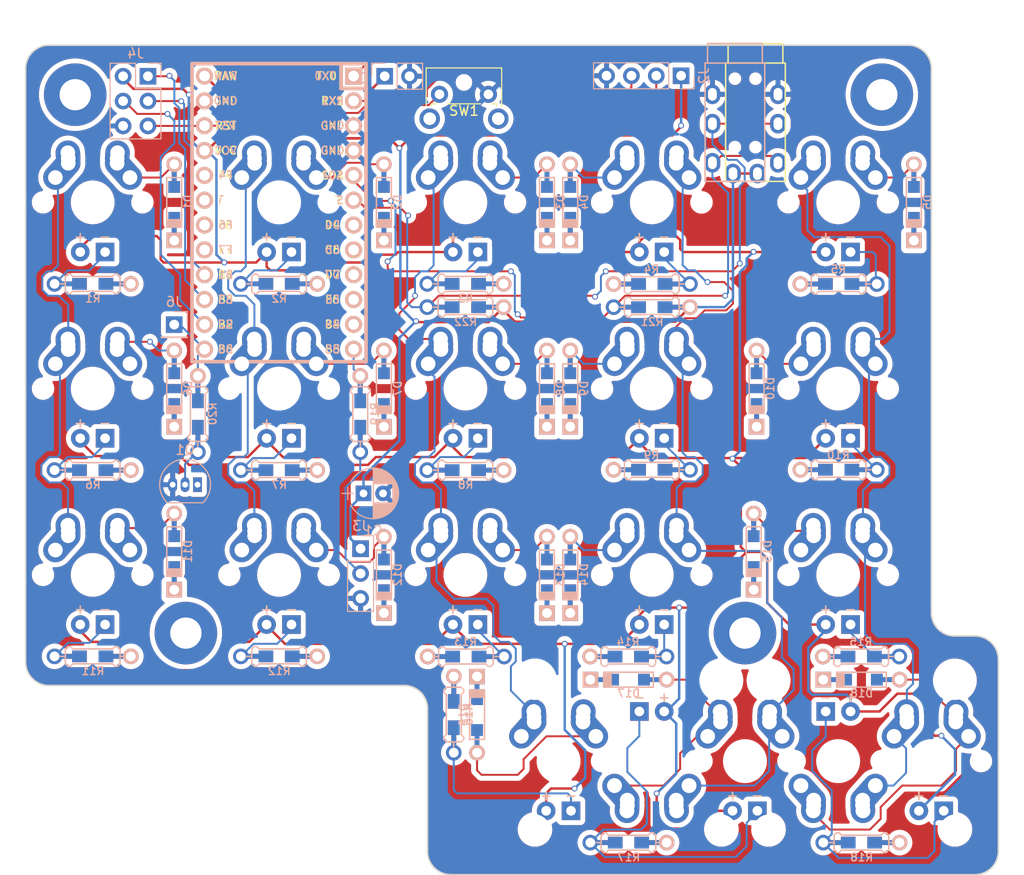
<source format=kicad_pcb>
(kicad_pcb (version 20221018) (generator pcbnew)
  (title_block (title "split_steno") (date "2018-03-12") (rev "1.2") (company "jtallbean"))
  (layers (0 "F.Cu" signal) (31 "B.Cu" signal) (34 "B.Paste" user) (35 "F.Paste" user) (36 "B.SilkS" user "B.Silkscreen") (37 "F.SilkS" user "F.Silkscreen") (38 "B.Mask" user) (39 "F.Mask" user) (44 "Edge.Cuts" user))
  (net 0 "")
  (net 1 "VCC")
  (net 2 "GND")
  (net 3 "Net-(D1-Pad2)")
  (net 4 "/r1")
  (net 5 "Net-(D2-Pad2)")
  (net 6 "Net-(D3-Pad2)")
  (net 7 "Net-(D4-Pad2)")
  (net 8 "Net-(D5-Pad2)")
  (net 9 "Net-(D6-Pad2)")
  (net 10 "/r2")
  (net 11 "Net-(D7-Pad2)")
  (net 12 "Net-(D8-Pad2)")
  (net 13 "Net-(D9-Pad2)")
  (net 14 "Net-(D10-Pad2)")
  (net 15 "Net-(D11-Pad2)")
  (net 16 "/r3")
  (net 17 "Net-(D12-Pad2)")
  (net 18 "Net-(D13-Pad2)")
  (net 19 "Net-(D14-Pad2)")
  (net 20 "Net-(D15-Pad2)")
  (net 21 "Net-(D16-Pad2)")
  (net 22 "/r4")
  (net 23 "Net-(D17-Pad2)")
  (net 24 "Net-(D18-Pad2)")
  (net 25 "/d1")
  (net 26 "/d2")
  (net 27 "/rx")
  (net 28 "/tx")
  (net 29 "Net-(J3-Pad2)")
  (net 30 "/miso")
  (net 31 "/sclk")
  (net 32 "/mosi")
  (net 33 "/rst")
  (net 34 "+6V")
  (net 35 "/d4")
  (net 36 "/c1")
  (net 37 "Net-(MX1-Pad4)")
  (net 38 "/c2")
  (net 39 "Net-(MX2-Pad4)")
  (net 40 "/c3")
  (net 41 "Net-(MX3-Pad4)")
  (net 42 "/c4")
  (net 43 "Net-(MX4-Pad4)")
  (net 44 "/c5")
  (net 45 "Net-(MX5-Pad4)")
  (net 46 "Net-(MX6-Pad4)")
  (net 47 "Net-(MX7-Pad4)")
  (net 48 "Net-(MX8-Pad4)")
  (net 49 "Net-(MX9-Pad4)")
  (net 50 "Net-(MX10-Pad4)")
  (net 51 "Net-(MX11-Pad4)")
  (net 52 "Net-(MX12-Pad4)")
  (net 53 "Net-(MX13-Pad4)")
  (net 54 "Net-(MX14-Pad4)")
  (net 55 "Net-(MX15-Pad4)")
  (net 56 "Net-(MX16-Pad4)")
  (net 57 "Net-(MX17-Pad4)")
  (net 58 "Net-(MX19-Pad4)")
  (net 59 "Net-(Q1-Pad2)")
  (net 60 "Net-(Q1-Pad1)")
  (net 61 "/d3")
  (footprint "Keebio-Parts:Hybrid_PCB_100H_Dual_hole-LED" (layer "F.Cu") (at 57.15 95.25)
    (fp_text reference "MX1" hide)
    (fp_text value "MX-1U" hide)
  )
  (footprint "Keebio-Parts:Hybrid_PCB_100H_Dual_hole-LED" (layer "F.Cu") (at 76.2 95.25)
    (fp_text reference "MX2" hide)
    (fp_text value "MX-1U" hide)
  )
  (footprint "Keebio-Parts:Hybrid_PCB_100H_Dual_hole-LED" (layer "F.Cu") (at 95.25 95.25)
    (fp_text reference "MX3" hide)
    (fp_text value "MX-1U" hide)
  )
  (footprint "Keebio-Parts:Hybrid_PCB_100H_Dual_hole-LED" (layer "F.Cu") (at 114.3 95.25)
    (fp_text reference "MX4" hide)
    (fp_text value "MX-1U" hide)
  )
  (footprint "Keebio-Parts:Hybrid_PCB_100H_Dual_hole-LED" (layer "F.Cu") (at 133.35 95.25)
    (fp_text reference "MX5" hide)
    (fp_text value "MX-1U" hide)
  )
  (footprint "Keebio-Parts:Hybrid_PCB_100H_Dual_hole-LED" (layer "F.Cu") (at 57.15 114.3)
    (fp_text reference "MX6" hide)
    (fp_text value "MX-1U" hide)
  )
  (footprint "Keebio-Parts:Hybrid_PCB_100H_Dual_hole-LED" (layer "F.Cu") (at 76.2 114.3)
    (fp_text reference "MX7" hide)
    (fp_text value "MX-1U" hide)
  )
  (footprint "Keebio-Parts:Hybrid_PCB_100H_Dual_hole-LED" (layer "F.Cu") (at 95.25 114.3)
    (fp_text reference "MX8" hide)
    (fp_text value "MX-1U" hide)
  )
  (footprint "Keebio-Parts:Hybrid_PCB_100H_Dual_hole-LED" (layer "F.Cu") (at 114.3 114.3)
    (fp_text reference "MX9" hide)
    (fp_text value "MX-1U" hide)
  )
  (footprint "Keebio-Parts:Hybrid_PCB_100H_Dual_hole-LED" (layer "F.Cu") (at 133.35 114.3)
    (fp_text reference "MX10" hide)
    (fp_text value "MX-1U" hide)
  )
  (footprint "Keebio-Parts:Hybrid_PCB_100H_Dual_hole-LED" (layer "F.Cu") (at 57.15 133.35)
    (fp_text reference "MX11" hide)
    (fp_text value "MX-1U" hide)
  )
  (footprint "Keebio-Parts:Hybrid_PCB_100H_Dual_hole-LED" (layer "F.Cu") (at 76.2 133.35)
    (fp_text reference "MX12" hide)
    (fp_text value "MX-1U" hide)
  )
  (footprint "Keebio-Parts:Hybrid_PCB_100H_Dual_hole-LED" (layer "F.Cu") (at 95.25 133.35)
    (fp_text reference "MX13" hide)
    (fp_text value "MX-1U" hide)
  )
  (footprint "Keebio-Parts:Hybrid_PCB_100H_Dual_hole-LED" (layer "F.Cu") (at 114.3 133.35)
    (fp_text reference "MX14" hide)
    (fp_text value "MX-1U" hide)
  )
  (footprint "Keebio-Parts:Hybrid_PCB_100H_Dual_hole-LED" (layer "F.Cu") (at 133.35 133.35)
    (fp_text reference "MX15" hide)
    (fp_text value "MX-1U" hide)
  )
  (footprint "Keebio-Parts:Hybrid_PCB_100H_Dual_hole-LED" (layer "F.Cu") (at 104.775 152.4)
    (fp_text reference "MX16" hide)
    (fp_text value "MX-1U" hide)
  )
  (footprint "Keebio-Parts:Hybrid_PCB_200H-dual-LED" (layer "F.Cu") (at 114.3 152.4 180)
    (fp_text reference "MX17" hide)
    (fp_text value "MX-1U" hide)
  )
  (footprint "Keebio-Parts:Hybrid_PCB_100H_Dual_hole-LED" (layer "F.Cu") (at 123.825 152.4)
    (fp_text reference "MX18" hide)
    (fp_text value "MX-1U" hide)
  )
  (footprint "Keebio-Parts:Hybrid_PCB_200H-dual-LED" (layer "F.Cu") (at 133.35 152.4 180)
    (fp_text reference "MX19" hide)
    (fp_text value "MX-1U" hide)
  )
  (footprint "Keebio-Parts:Hybrid_PCB_100H_Dual_hole-LED" (layer "F.Cu") (at 142.875 152.4)
    (fp_text reference "MX20" hide)
    (fp_text value "MX-1U" hide)
  )
  (footprint "Keebio-Parts:SW_Tactile_SPST_Angled_MJTP1117" (layer "F.Cu") (at 92.6 84.2)
    (fp_text reference "SW1")
    (fp_text value "reset")
  )
  (footprint "Keebio-Parts:TRRS-PJ-320A" (layer "F.Cu") (at 124.9 81)
    (fp_text reference "REF**" hide)
    (fp_text value "i2c")
  )
  (footprint "Mounting_Holes:MountingHole_3.2mm_M3_Pad" (layer "F.Cu") (at 55.364299 84.237078)
    (fp_text reference "REF**" hide)
    (fp_text value "" hide)
  )
  (footprint "Mounting_Holes:MountingHole_3.2mm_M3_Pad" (layer "F.Cu") (at 137.815432 84.237078)
    (fp_text reference "REF**" hide)
    (fp_text value "" hide)
  )
  (footprint "Mounting_Holes:MountingHole_3.2mm_M3_Pad" (layer "F.Cu") (at 123.825528 139.303719)
    (fp_text reference "REF**" hide)
    (fp_text value "" hide)
  )
  (footprint "Mounting_Holes:MountingHole_3.2mm_M3_Pad" (layer "F.Cu") (at 66.675284 139.303719)
    (fp_text reference "REF**" hide)
    (fp_text value "" hide)
  )
  (footprint "airi_logo:airi_icon-7.6" (layer "F.Cu") (at 96.143379 158.949116)
    (fp_text reference "G***" hide)
    (fp_text value "LOGO" hide)
  )
  (footprint "Capacitors_THT:CP_Radial_D5.0mm_P2.00mm" (layer "B.Cu") (at 84.832393 125.016158)
    (fp_text reference "C1")
    (fp_text value "100")
  )
  (footprint "Keebio-Parts:Diode-dual" (layer "B.Cu") (at 65.484375 95.25 -90)
    (fp_text reference "D1")
    (fp_text value "D" hide)
  )
  (footprint "Keebio-Parts:Diode-dual" (layer "B.Cu") (at 86.915625 95.25 -90)
    (fp_text reference "D2")
    (fp_text value "D" hide)
  )
  (footprint "Keebio-Parts:Diode-dual" (layer "B.Cu") (at 103.584375 95.25 -90)
    (fp_text reference "D3")
    (fp_text value "D" hide)
  )
  (footprint "Keebio-Parts:Diode-dual" (layer "B.Cu") (at 105.965625 95.25 -90)
    (fp_text reference "D4")
    (fp_text value "D" hide)
  )
  (footprint "Keebio-Parts:Diode-dual" (layer "B.Cu") (at 141.089664 95.250406 -90)
    (fp_text reference "D5")
    (fp_text value "D" hide)
  )
  (footprint "Keebio-Parts:Diode-dual" (layer "B.Cu") (at 65.484375 114.3 -90)
    (fp_text reference "D6")
    (fp_text value "D" hide)
  )
  (footprint "Keebio-Parts:Diode-dual" (layer "B.Cu") (at 86.915625 114.3 -90)
    (fp_text reference "D7")
    (fp_text value "D" hide)
  )
  (footprint "Keebio-Parts:Diode-dual" (layer "B.Cu") (at 103.584375 114.3 -90)
    (fp_text reference "D8")
    (fp_text value "D" hide)
  )
  (footprint "Keebio-Parts:Diode-dual" (layer "B.Cu") (at 105.965625 114.3 -90)
    (fp_text reference "D9")
    (fp_text value "D" hide)
  )
  (footprint "Keebio-Parts:Diode-dual" (layer "B.Cu") (at 125.016158 114.300488 -90)
    (fp_text reference "D10")
    (fp_text value "D" hide)
  )
  (footprint "Keebio-Parts:Diode-dual" (layer "B.Cu") (at 65.484654 130.969309 -90)
    (fp_text reference "D11")
    (fp_text value "D" hide)
  )
  (footprint "Keebio-Parts:Diode-dual" (layer "B.Cu") (at 86.915625 133.35 -90)
    (fp_text reference "D12")
    (fp_text value "D" hide)
  )
  (footprint "Keebio-Parts:Diode-dual" (layer "B.Cu") (at 103.584375 133.35 -90)
    (fp_text reference "D13")
    (fp_text value "D" hide)
  )
  (footprint "Keebio-Parts:Diode-dual" (layer "B.Cu") (at 105.965625 133.35 -90)
    (fp_text reference "D14")
    (fp_text value "D" hide)
  )
  (footprint "Keebio-Parts:Diode-dual" (layer "B.Cu") (at 124.718501 130.969309 -90)
    (fp_text reference "D15")
    (fp_text value "D" hide)
  )
  (footprint "Keebio-Parts:Diode-dual" (layer "B.Cu") (at 96.440625 147.6375 90)
    (fp_text reference "D16")
    (fp_text value "D" hide)
  )
  (footprint "Keebio-Parts:Diode-dual" (layer "B.Cu") (at 111.91875 144.065625 180)
    (fp_text reference "D17")
    (fp_text value "D" hide)
  )
  (footprint "Keebio-Parts:Diode-dual" (layer "B.Cu") (at 135.73125 144.065625 180)
    (fp_text reference "D18")
    (fp_text value "D" hide)
  )
  (footprint "Keebio-Parts:TRRS-PJ-320A" (layer "B.Cu") (at 122.8 81 180)
    (fp_text reference "J1")
    (fp_text value "i2c")
  )
  (footprint "Pin_Headers:Pin_Header_Straight_1x04_Pitch2.54mm" (layer "B.Cu") (at 117.3 82.3 90)
    (fp_text reference "J2")
    (fp_text value "serial")
  )
  (footprint "Pin_Headers:Pin_Header_Straight_1x03_Pitch2.54mm" (layer "B.Cu") (at 84.534736 130.671651 180)
    (fp_text reference "J3")
    (fp_text value "rgb")
  )
  (footprint "Pin_Headers:Pin_Header_Straight_2x03_Pitch2.54mm" (layer "B.Cu") (at 62.8 82.35 180)
    (fp_text reference "J4")
    (fp_text value "icsp")
  )
  (footprint "Pin_Headers:Pin_Header_Straight_1x02_Pitch2.54mm" (layer "B.Cu") (at 87 82.35 -90)
    (fp_text reference "J5")
    (fp_text value "raw")
  )
  (footprint "Pin_Headers:Pin_Header_Straight_1x01_Pitch2.54mm" (layer "B.Cu") (at 65.484654 107.752022 180)
    (fp_text reference "J6")
    (fp_text value "extra")
  )
  (footprint "TO_SOT_Packages_THT:TO-92_Inline_Narrow_Oval" (layer "B.Cu") (at 67.865915 124.123186 180)
    (fp_text reference "Q1")
    (fp_text value "BC547")
  )
  (footprint "Keebio-Parts:Resistor-Hybrid" (layer "B.Cu") (at 57.15 103.584375 180)
    (fp_text reference "R1")
    (fp_text value "51" hide)
  )
  (footprint "Keebio-Parts:Resistor-Hybrid" (layer "B.Cu") (at 76.2 103.584375 180)
    (fp_text reference "R2")
    (fp_text value "51" hide)
  )
  (footprint "Keebio-Parts:Resistor-Hybrid" (layer "B.Cu") (at 95.25 103.584375 180)
    (fp_text reference "R3")
    (fp_text value "51" hide)
  )
  (footprint "Keebio-Parts:Resistor-Hybrid" (layer "B.Cu") (at 114.3 103.6)
    (fp_text reference "R4")
    (fp_text value "51" hide)
  )
  (footprint "Keebio-Parts:Resistor-Hybrid" (layer "B.Cu") (at 133.4 103.6)
    (fp_text reference "R5")
    (fp_text value "51" hide)
  )
  (footprint "Keebio-Parts:Resistor-Hybrid" (layer "B.Cu") (at 57.15 122.634375 180)
    (fp_text reference "R6")
    (fp_text value "51" hide)
  )
  (footprint "Keebio-Parts:Resistor-Hybrid" (layer "B.Cu") (at 76.2 122.634375 180)
    (fp_text reference "R7")
    (fp_text value "51" hide)
  )
  (footprint "Keebio-Parts:Resistor-Hybrid" (layer "B.Cu") (at 95.25 122.634375 180)
    (fp_text reference "R8")
    (fp_text value "51" hide)
  )
  (footprint "Keebio-Parts:Resistor-Hybrid" (layer "B.Cu") (at 114.3 122.6)
    (fp_text reference "R9")
    (fp_text value "51" hide)
  )
  (footprint "Keebio-Parts:Resistor-Hybrid" (layer "B.Cu") (at 133.4 122.6)
    (fp_text reference "R10")
    (fp_text value "51" hide)
  )
  (footprint "Keebio-Parts:Resistor-Hybrid" (layer "B.Cu") (at 57.15 141.684375 180)
    (fp_text reference "R11")
    (fp_text value "51" hide)
  )
  (footprint "Keebio-Parts:Resistor-Hybrid" (layer "B.Cu") (at 76.2 141.684375 180)
    (fp_text reference "R12")
    (fp_text value "51" hide)
  )
  (footprint "Keebio-Parts:Resistor-Hybrid" (layer "B.Cu") (at 95.3 141.7)
    (fp_text reference "R13")
    (fp_text value "51" hide)
  )
  (footprint "Keebio-Parts:Resistor-Hybrid" (layer "B.Cu") (at 111.9 141.7)
    (fp_text reference "R14")
    (fp_text value "51" hide)
  )
  (footprint "Keebio-Parts:Resistor-Hybrid" (layer "B.Cu") (at 135.7 141.7)
    (fp_text reference "R15")
    (fp_text value "51" hide)
  )
  (footprint "Keebio-Parts:Resistor-Hybrid" (layer "B.Cu") (at 94.059375 147.6375 -90)
    (fp_text reference "R16")
    (fp_text value "51" hide)
  )
  (footprint "Keebio-Parts:Resistor-Hybrid" (layer "B.Cu") (at 111.91875 160.734375 180)
    (fp_text reference "R17")
    (fp_text value "51" hide)
  )
  (footprint "Keebio-Parts:Resistor-Hybrid" (layer "B.Cu") (at 135.73125 160.734375 180)
    (fp_text reference "R18")
    (fp_text value "51" hide)
  )
  (footprint "Keebio-Parts:Resistor-Hybrid" (layer "B.Cu") (at 84.5 116.9 -90)
    (fp_text reference "R19")
    (fp_text value "470" hide)
  )
  (footprint "Keebio-Parts:Resistor-Hybrid" (layer "B.Cu") (at 67.9 116.9 -90)
    (fp_text reference "R20")
    (fp_text value "1k" hide)
  )
  (footprint "Keebio-Parts:Resistor-Hybrid" (layer "B.Cu") (at 114.300488 105.966077 180)
    (fp_text reference "R21")
    (fp_text value "4.7k" hide)
  )
  (footprint "Keebio-Parts:Resistor-Hybrid" (layer "B.Cu") (at 95.250406 105.966077 180)
    (fp_text reference "R22")
    (fp_text value "4.7k" hide)
  )
  (footprint "Keebio-Parts:ArduinoProMicro" (layer "B.Cu") (at 76.2 96.3 180)
    (fp_text reference "U1" hide)
    (fp_text value "ProMicro" hide)
  )
  (footprint "airi_logo:airi_icon-7.6" (layer "B.Cu") (at 96.143379 158.949116 180)
    (fp_text reference "G***" hide)
    (fp_text value "LOGO" hide)
  )
  (gr_line (start 145.25687 139.601377) (end 147.340472 139.601377) (stroke (width 0.15)) (layer "Edge.Cuts"))
  (gr_line (start 52.685381 144.661555) (end 88.999598 144.661555) (stroke (width 0.15)) (layer "Edge.Cuts"))
  (gr_line (start 91.380859 147.042815) (end 91.380859 161.628033) (stroke (width 0.15)) (layer "Edge.Cuts"))
  (gr_arc (start 145.25687 139.601377) (mid 143.573065 138.903922) (end 142.87561 137.220117) (stroke (width 0.15)) (layer "Edge.Cuts"))
  (gr_arc (start 88.999598 144.661555) (mid 90.683403 145.35901) (end 91.380858 147.042815) (stroke (width 0.15)) (layer "Edge.Cuts"))
  (gr_arc (start 140.494349 79.1769) (mid 142.178154 79.874355) (end 142.875609 81.55816) (stroke (width 0.15)) (layer "Edge.Cuts"))
  (gr_line (start 50.304121 81.55816) (end 50.304121 142.280295) (stroke (width 0.15)) (layer "Edge.Cuts"))
  (gr_arc (start 50.304121 81.55816) (mid 51.001576 79.874355) (end 52.685381 79.1769) (stroke (width 0.15)) (layer "Edge.Cuts"))
  (gr_line (start 149.721733 161.628033) (end 149.721733 141.982637) (stroke (width 0.15)) (layer "Edge.Cuts"))
  (gr_line (start 52.685381 79.1769) (end 140.494349 79.1769) (stroke (width 0.15)) (layer "Edge.Cuts"))
  (gr_arc (start 52.685381 144.661555) (mid 51.001576 143.9641) (end 50.304121 142.280295) (stroke (width 0.15)) (layer "Edge.Cuts"))
  (gr_arc (start 149.721733 161.628033) (mid 149.024278 163.311839) (end 147.340472 164.009294) (stroke (width 0.15)) (layer "Edge.Cuts"))
  (gr_arc (start 147.340472 139.601377) (mid 149.024277 140.298832) (end 149.721732 141.982637) (stroke (width 0.15)) (layer "Edge.Cuts"))
  (gr_arc (start 93.762119 164.009294) (mid 92.078313 163.311839) (end 91.380858 161.628033) (stroke (width 0.15)) (layer "Edge.Cuts"))
  (gr_line (start 142.87561 81.55816) (end 142.87561 137.220117) (stroke (width 0.15)) (layer "Edge.Cuts"))
  (gr_line (start 93.762119 164.009294) (end 147.340472 164.009294) (stroke (width 0.15)) (layer "Edge.Cuts"))
  (segment (start 98.822296 105.966077) (end 100.310584 107.454365) (width 0.25) (layer "F.Cu") (net 1))
  (segment (start 100.310584 107.454365) (end 116.7122 107.454365) (width 0.25) (layer "F.Cu") (net 1))
  (segment (start 116.7122 107.454365) (end 118.200488 105.966077) (width 0.25) (layer "F.Cu") (net 1))
  (segment (start 118.200488 105.966077) (end 116.800488 105.966077) (width 0.25) (layer "F.Cu") (net 1))
  (segment (start 60.26 82.584314) (end 61.317449 83.641763) (width 0.25) (layer "F.Cu") (net 1))
  (segment (start 61.317449 83.641763) (end 66.377627 83.641763) (width 0.25) (layer "F.Cu") (net 1))
  (segment (start 66.377627 83.641763) (end 66.972942 84.237078) (width 0.25) (layer "F.Cu") (net 1))
  (segment (start 68.85 89.95) (end 70.8 88) (width 0.25) (layer "F.Cu") (net 1))
  (segment (start 70.8 88) (end 82.2 88) (width 0.25) (layer "F.Cu") (net 1))
  (segment (start 82.2 88) (end 82.9 88.7) (width 0.25) (layer "F.Cu") (net 1))
  (segment (start 82.9 88.7) (end 87.5 88.7) (width 0.25) (layer "F.Cu") (net 1))
  (segment (start 87.5 88.7) (end 88.5 89.7) (width 0.25) (layer "F.Cu") (net 1))
  (segment (start 90 107.4) (end 90.1 107.5) (width 0.25) (layer "F.Cu") (net 1))
  (segment (start 90.1 107.5) (end 97.616483 107.5) (width 0.25) (layer "F.Cu") (net 1))
  (segment (start 97.616483 107.5) (end 99.150406 105.966077) (width 0.25) (layer "F.Cu") (net 1))
  (segment (start 99.150406 105.966077) (end 97.750406 105.966077) (width 0.25) (layer "F.Cu") (net 1))
  (segment (start 68.85 89.95) (end 70.8 88) (width 0.25) (layer "F.Cu") (net 1))
  (segment (start 70.8 88) (end 82.2 88) (width 0.25) (layer "F.Cu") (net 1))
  (segment (start 82.2 88) (end 82.9 88.7) (width 0.25) (layer "F.Cu") (net 1))
  (segment (start 82.9 88.7) (end 87.5 88.7) (width 0.25) (layer "F.Cu") (net 1))
  (segment (start 87.5 88.7) (end 88.5 89.7) (width 0.25) (layer "F.Cu") (net 1))
  (segment (start 88.5 89.7) (end 89.8 88.4) (width 0.25) (layer "F.Cu") (net 1))
  (segment (start 89.8 88.4) (end 116.4 88.4) (width 0.25) (layer "F.Cu") (net 1))
  (segment (start 116.4 88.4) (end 117.3 87.5) (width 0.25) (layer "F.Cu") (net 1))
  (segment (start 117.3 87.5) (end 117.3 87.4) (width 0.25) (layer "F.Cu") (net 1))
  (segment (start 117.53 100.33) (end 117.2 100) (width 0.25) (layer "F.Cu") (net 1))
  (segment (start 117.2 100) (end 117.2 99.1) (width 0.25) (layer "F.Cu") (net 1))
  (segment (start 117.2 99.1) (end 116.8 98.7) (width 0.25) (layer "F.Cu") (net 1))
  (segment (start 116.8 98.7) (end 113.6 98.7) (width 0.25) (layer "F.Cu") (net 1))
  (segment (start 113.6 98.7) (end 113.03 99.27) (width 0.25) (layer "F.Cu") (net 1))
  (segment (start 113.03 99.27) (end 113.03 100.33) (width 0.25) (layer "F.Cu") (net 1))
  (segment (start 107.57 100.33) (end 107.1 100.8) (width 0.25) (layer "F.Cu") (net 1))
  (segment (start 107.1 100.8) (end 102.4 100.8) (width 0.25) (layer "F.Cu") (net 1))
  (segment (start 102.4 100.8) (end 101.8 100.2) (width 0.25) (layer "F.Cu") (net 1))
  (segment (start 101.8 100.2) (end 98.6 100.2) (width 0.25) (layer "F.Cu") (net 1))
  (segment (start 98.6 100.2) (end 98.1 99.7) (width 0.25) (layer "F.Cu") (net 1))
  (segment (start 98.1 99.7) (end 98.1 99) (width 0.25) (layer "F.Cu") (net 1))
  (segment (start 98.1 99) (end 97.8 98.7) (width 0.25) (layer "F.Cu") (net 1))
  (segment (start 97.8 98.7) (end 94.2 98.7) (width 0.25) (layer "F.Cu") (net 1))
  (segment (start 94.2 98.7) (end 93.98 98.92) (width 0.25) (layer "F.Cu") (net 1))
  (segment (start 93.98 98.92) (end 93.98 100.33) (width 0.25) (layer "F.Cu") (net 1))
  (segment (start 88.37 100.33) (end 88.1 100.6) (width 0.25) (layer "F.Cu") (net 1))
  (segment (start 88.1 100.6) (end 85.7 100.6) (width 0.25) (layer "F.Cu") (net 1))
  (segment (start 85.7 100.6) (end 84.9 101.4) (width 0.25) (layer "F.Cu") (net 1))
  (segment (start 84.9 101.4) (end 79.4 101.4) (width 0.25) (layer "F.Cu") (net 1))
  (segment (start 79.4 101.4) (end 78.6 102.2) (width 0.25) (layer "F.Cu") (net 1))
  (segment (start 78.6 102.2) (end 75.3 102.2) (width 0.25) (layer "F.Cu") (net 1))
  (segment (start 75.3 102.2) (end 74.93 101.83) (width 0.25) (layer "F.Cu") (net 1))
  (segment (start 74.93 101.83) (end 74.93 100.33) (width 0.25) (layer "F.Cu") (net 1))
  (segment (start 55.88 99.92) (end 57.1 98.7) (width 0.25) (layer "F.Cu") (net 1))
  (segment (start 57.1 98.7) (end 63.7 98.7) (width 0.25) (layer "F.Cu") (net 1))
  (segment (start 63.7 98.7) (end 64.1 99.1) (width 0.25) (layer "F.Cu") (net 1))
  (segment (start 64.1 99.1) (end 64.1 101.1) (width 0.25) (layer "F.Cu") (net 1))
  (segment (start 64.1 101.1) (end 64.4 101.4) (width 0.25) (layer "F.Cu") (net 1))
  (segment (start 64.4 101.4) (end 70.6 101.4) (width 0.25) (layer "F.Cu") (net 1))
  (segment (start 73.86 101.4) (end 74.93 100.33) (width 0.25) (layer "F.Cu") (net 1))
  (segment (start 55.88 119.68) (end 57.4 121.2) (width 0.25) (layer "F.Cu") (net 1))
  (segment (start 57.4 121.2) (end 66.1 121.2) (width 0.25) (layer "F.Cu") (net 1))
  (segment (start 66.1 121.2) (end 67 122.1) (width 0.25) (layer "F.Cu") (net 1))
  (segment (start 67 122.1) (end 68.9 122.1) (width 0.25) (layer "F.Cu") (net 1))
  (segment (start 68.9 122.1) (end 69.7 121.3) (width 0.25) (layer "F.Cu") (net 1))
  (segment (start 69.7 121.3) (end 73.01 121.3) (width 0.25) (layer "F.Cu") (net 1))
  (segment (start 73.01 121.3) (end 74.93 119.38) (width 0.25) (layer "F.Cu") (net 1))
  (segment (start 74.93 119.63) (end 76.6 121.3) (width 0.25) (layer "F.Cu") (net 1))
  (segment (start 76.6 121.3) (end 83 121.3) (width 0.25) (layer "F.Cu") (net 1))
  (segment (start 83 121.3) (end 83.8 122.1) (width 0.25) (layer "F.Cu") (net 1))
  (segment (start 83.8 122.1) (end 85.3 122.1) (width 0.25) (layer "F.Cu") (net 1))
  (segment (start 85.3 122.1) (end 86.1 121.3) (width 0.25) (layer "F.Cu") (net 1))
  (segment (start 86.1 121.3) (end 92.06 121.3) (width 0.25) (layer "F.Cu") (net 1))
  (segment (start 92.06 121.3) (end 93.98 119.38) (width 0.25) (layer "F.Cu") (net 1))
  (segment (start 93.98 120.28) (end 95 121.3) (width 0.25) (layer "F.Cu") (net 1))
  (segment (start 95 121.3) (end 111.11 121.3) (width 0.25) (layer "F.Cu") (net 1))
  (segment (start 111.11 121.3) (end 113.03 119.38) (width 0.25) (layer "F.Cu") (net 1))
  (segment (start 113.03 119.83) (end 114.6 121.4) (width 0.25) (layer "F.Cu") (net 1))
  (segment (start 114.6 121.4) (end 122.5 121.4) (width 0.25) (layer "F.Cu") (net 1))
  (segment (start 130.06 121.4) (end 132.08 119.38) (width 0.25) (layer "F.Cu") (net 1))
  (segment (start 55.88 139.08) (end 57 140.2) (width 0.25) (layer "F.Cu") (net 1))
  (segment (start 57 140.2) (end 61.9 140.2) (width 0.25) (layer "F.Cu") (net 1))
  (segment (start 61.9 140.2) (end 64.8 143.1) (width 0.25) (layer "F.Cu") (net 1))
  (segment (start 64.8 143.1) (end 68.4 143.1) (width 0.25) (layer "F.Cu") (net 1))
  (segment (start 68.4 143.1) (end 71.3 140.2) (width 0.25) (layer "F.Cu") (net 1))
  (segment (start 71.3 140.2) (end 73.16 140.2) (width 0.25) (layer "F.Cu") (net 1))
  (segment (start 73.16 140.2) (end 74.93 138.43) (width 0.25) (layer "F.Cu") (net 1))
  (segment (start 74.93 138.53) (end 76.8 140.4) (width 0.25) (layer "F.Cu") (net 1))
  (segment (start 76.8 140.4) (end 92.01 140.4) (width 0.25) (layer "F.Cu") (net 1))
  (segment (start 92.01 140.4) (end 93.98 138.43) (width 0.25) (layer "F.Cu") (net 1))
  (segment (start 93.98 138.43) (end 93.98 138.58) (width 0.25) (layer "F.Cu") (net 1))
  (segment (start 93.98 138.58) (end 95.8 140.4) (width 0.25) (layer "F.Cu") (net 1))
  (segment (start 95.8 140.4) (end 105.4 140.4) (width 0.25) (layer "F.Cu") (net 1))
  (segment (start 111.06 140.4) (end 113.03 138.43) (width 0.25) (layer "F.Cu") (net 1))
  (segment (start 128.33 138.43) (end 126.1 136.2) (width 0.25) (layer "F.Cu") (net 1))
  (segment (start 126.1 136.2) (end 126.1 131.7) (width 0.25) (layer "F.Cu") (net 1))
  (segment (start 126.1 131.7) (end 125.4 131) (width 0.25) (layer "F.Cu") (net 1))
  (segment (start 125.4 131) (end 124 131) (width 0.25) (layer "F.Cu") (net 1))
  (segment (start 124 131) (end 123.2 131.8) (width 0.25) (layer "F.Cu") (net 1))
  (segment (start 123.2 131.8) (end 123.2 135.5) (width 0.25) (layer "F.Cu") (net 1))
  (segment (start 123.2 135.5) (end 122.2 135.5) (width 0.25) (layer "F.Cu") (net 1))
  (segment (start 122.2 135.5) (end 121 136.7) (width 0.25) (layer "F.Cu") (net 1))
  (segment (start 121 136.7) (end 117.2 136.7) (width 0.25) (layer "F.Cu") (net 1))
  (segment (start 113.8 136.7) (end 113.03 137.47) (width 0.25) (layer "F.Cu") (net 1))
  (segment (start 113.03 137.47) (end 113.03 138.43) (width 0.25) (layer "F.Cu") (net 1))
  (segment (start 137.58 147.32) (end 139.4 145.5) (width 0.25) (layer "F.Cu") (net 1))
  (segment (start 139.4 145.5) (end 141.5 145.5) (width 0.25) (layer "F.Cu") (net 1))
  (segment (start 141.5 145.5) (end 142.5 146.5) (width 0.25) (layer "F.Cu") (net 1))
  (segment (start 142.5 146.5) (end 142.5 149.1) (width 0.25) (layer "F.Cu") (net 1))
  (segment (start 142.5 149.1) (end 143.2 149.8) (width 0.25) (layer "F.Cu") (net 1))
  (segment (start 143.2 149.8) (end 143.9 149.8) (width 0.25) (layer "F.Cu") (net 1))
  (segment (start 119.92 157.48) (end 118.1 159.3) (width 0.25) (layer "F.Cu") (net 1))
  (segment (start 118.1 159.3) (end 115.3 159.3) (width 0.25) (layer "F.Cu") (net 1))
  (segment (start 115.3 159.3) (end 114.8 158.8) (width 0.25) (layer "F.Cu") (net 1))
  (segment (start 114.8 158.8) (end 114.8 155.7) (width 0.25) (layer "F.Cu") (net 1))
  (segment (start 117.1 136.7) (end 117.2 136.7) (width 0.25) (layer "F.Cu") (net 1))
  (segment (start 117.2 136.7) (end 113.8 136.7) (width 0.25) (layer "F.Cu") (net 1))
  (segment (start 103.505 155.695) (end 104 155.2) (width 0.25) (layer "F.Cu") (net 1))
  (segment (start 104 155.2) (end 106.4 155.2) (width 0.25) (layer "F.Cu") (net 1))
  (segment (start 105.4 140.4) (end 111.06 140.4) (width 0.25) (layer "F.Cu") (net 1))
  (segment (start 123.9 131) (end 123.4 130.5) (width 0.25) (layer "F.Cu") (net 1))
  (segment (start 123.4 130.5) (end 123.4 122.3) (width 0.25) (layer "F.Cu") (net 1))
  (segment (start 123.4 122.3) (end 122.55 121.45) (width 0.25) (layer "F.Cu") (net 1))
  (segment (start 122.5 121.4) (end 130.06 121.4) (width 0.25) (layer "F.Cu") (net 1))
  (segment (start 122.55 121.45) (end 122.5 121.4) (width 0.25) (layer "F.Cu") (net 1))
  (segment (start 124.7 100.33) (end 124.7 100.3) (width 0.25) (layer "F.Cu") (net 1))
  (segment (start 124.7 100.33) (end 117.53 100.33) (width 0.25) (layer "F.Cu") (net 1))
  (segment (start 70.6 101.4) (end 73.86 101.4) (width 0.25) (layer "F.Cu") (net 1))
  (segment (start 60.26 82.35) (end 60.26 82.584314) (width 0.25) (layer "F.Cu") (net 1))
  (segment (start 124 131) (end 123.9 131) (width 0.25) (layer "F.Cu") (net 1))
  (segment (start 93.98 119.38) (end 93.98 120.28) (width 0.25) (layer "F.Cu") (net 1))
  (segment (start 55.88 119.38) (end 55.88 119.68) (width 0.25) (layer "F.Cu") (net 1))
  (segment (start 55.88 100.33) (end 55.88 99.92) (width 0.25) (layer "F.Cu") (net 1))
  (segment (start 122.555 157.48) (end 119.92 157.48) (width 0.25) (layer "F.Cu") (net 1))
  (segment (start 132.08 100.33) (end 124.7 100.33) (width 0.25) (layer "F.Cu") (net 1))
  (segment (start 74.93 138.43) (end 74.93 138.53) (width 0.25) (layer "F.Cu") (net 1))
  (segment (start 132.08 138.43) (end 128.33 138.43) (width 0.25) (layer "F.Cu") (net 1))
  (segment (start 103.505 157.48) (end 103.505 155.695) (width 0.25) (layer "F.Cu") (net 1))
  (segment (start 55.88 138.43) (end 55.88 139.08) (width 0.25) (layer "F.Cu") (net 1))
  (segment (start 122.6 92.3) (end 125.1 92.3) (width 0.25) (layer "F.Cu") (net 1))
  (segment (start 90.1 107.5) (end 90.2 107.4) (width 0.25) (layer "F.Cu") (net 1))
  (segment (start 74.93 119.38) (end 74.93 119.63) (width 0.25) (layer "F.Cu") (net 1))
  (segment (start 113.03 100.33) (end 107.57 100.33) (width 0.25) (layer "F.Cu") (net 1))
  (segment (start 134.62 147.32) (end 137.58 147.32) (width 0.25) (layer "F.Cu") (net 1))
  (segment (start 93.98 100.33) (end 88.37 100.33) (width 0.25) (layer "F.Cu") (net 1))
  (segment (start 113.03 119.38) (end 113.03 119.83) (width 0.25) (layer "F.Cu") (net 1))
  (segment (start 97.750406 105.966077) (end 98.822296 105.966077) (width 0.25) (layer "F.Cu") (net 1))
  (via (at 106.4 155.2) (size 0.6) (drill 0.4) (layers "F.Cu" "B.Cu") (net 1))
  (via (at 117.1 136.7) (size 0.6) (drill 0.4) (layers "F.Cu" "B.Cu") (net 1))
  (via (at 117.3 87.4) (size 0.6) (drill 0.4) (layers "F.Cu" "B.Cu") (net 1))
  (via (at 114.8 155.7) (size 0.6) (drill 0.4) (layers "F.Cu" "B.Cu") (net 1))
  (via (at 90.2 107.4) (size 0.6) (drill 0.4) (layers "F.Cu" "B.Cu") (net 1))
  (via (at 88.5 89.7) (size 0.6) (drill 0.4) (layers "F.Cu" "B.Cu") (net 1))
  (via (at 70.6 101.4) (size 0.6) (drill 0.4) (layers "F.Cu" "B.Cu") (net 1))
  (via (at 66.972942 84.237078) (size 0.6) (drill 0.4) (layers "F.Cu" "B.Cu") (net 1))
  (via (at 105.4 140.4) (size 0.6) (drill 0.4) (layers "F.Cu" "B.Cu") (net 1))
  (via (at 143.9 149.8) (size 0.6) (drill 0.4) (layers "F.Cu" "B.Cu") (net 1))
  (via (at 124.7 100.3) (size 0.6) (drill 0.4) (layers "F.Cu" "B.Cu") (net 1))
  (via (at 122.55 121.45) (size 0.6) (drill 0.4) (layers "F.Cu" "B.Cu") (net 1))
  (segment (start 122.6 105.108003) (end 121.741926 105.966077) (width 0.25) (layer "B.Cu") (net 1))
  (segment (start 121.741926 105.966077) (end 118.200488 105.966077) (width 0.25) (layer "B.Cu") (net 1))
  (segment (start 66.972942 84.237078) (end 66.972942 88.701941) (width 0.25) (layer "B.Cu") (net 1))
  (segment (start 66.972942 88.701941) (end 68.221001 89.95) (width 0.25) (layer "B.Cu") (net 1))
  (segment (start 68.221001 89.95) (end 68.58 89.95) (width 0.25) (layer "B.Cu") (net 1))
  (segment (start 88.5 89.7) (end 88.6 89.8) (width 0.25) (layer "B.Cu") (net 1))
  (segment (start 88.6 89.8) (end 88.6 106) (width 0.25) (layer "B.Cu") (net 1))
  (segment (start 117.3 87.4) (end 117.3 82.3) (width 0.25) (layer "B.Cu") (net 1))
  (segment (start 84.832393 130.373994) (end 84.534736 130.671651) (width 0.2) (layer "B.Cu") (net 1))
  (segment (start 84.832393 125.092609) (end 83.5 126.425002) (width 0.25) (layer "B.Cu") (net 1))
  (segment (start 83.5 126.425002) (end 83.5 129.636915) (width 0.25) (layer "B.Cu") (net 1))
  (segment (start 83.5 129.636915) (end 84.534736 130.671651) (width 0.25) (layer "B.Cu") (net 1))
  (segment (start 90.2 107.4) (end 88.5 109.1) (width 0.25) (layer "B.Cu") (net 1))
  (segment (start 88.5 109.1) (end 88.5 119.6) (width 0.25) (layer "B.Cu") (net 1))
  (segment (start 88.5 119.6) (end 84.832393 123.267607) (width 0.25) (layer "B.Cu") (net 1))
  (segment (start 84.832393 123.267607) (end 84.832393 125.016158) (width 0.25) (layer "B.Cu") (net 1))
  (segment (start 90 107.4) (end 88.6 106) (width 0.25) (layer "B.Cu") (net 1))
  (segment (start 143.9 149.8) (end 145.3 151.2) (width 0.25) (layer "B.Cu") (net 1))
  (segment (start 145.3 151.2) (end 145.3 153.785) (width 0.25) (layer "B.Cu") (net 1))
  (segment (start 145.3 153.785) (end 141.605 157.48) (width 0.25) (layer "B.Cu") (net 1))
  (segment (start 114.8 155.7) (end 116.8 153.7) (width 0.25) (layer "B.Cu") (net 1))
  (segment (start 116.8 153.7) (end 116.8 148.55) (width 0.25) (layer "B.Cu") (net 1))
  (segment (start 116.8 148.55) (end 115.57 147.32) (width 0.25) (layer "B.Cu") (net 1))
  (segment (start 115.78 147.32) (end 117.1 146) (width 0.25) (layer "B.Cu") (net 1))
  (segment (start 117.1 146) (end 117.1 136.7) (width 0.25) (layer "B.Cu") (net 1))
  (segment (start 132.08 139.02) (end 130.3 140.8) (width 0.25) (layer "B.Cu") (net 1))
  (segment (start 130.3 140.8) (end 130.3 145.2) (width 0.25) (layer "B.Cu") (net 1))
  (segment (start 130.3 145.2) (end 130.7 145.6) (width 0.25) (layer "B.Cu") (net 1))
  (segment (start 130.7 145.6) (end 134.2 145.6) (width 0.25) (layer "B.Cu") (net 1))
  (segment (start 134.2 145.6) (end 134.62 146.02) (width 0.25) (layer "B.Cu") (net 1))
  (segment (start 134.62 146.02) (end 134.62 147.32) (width 0.25) (layer "B.Cu") (net 1))
  (segment (start 106.4 155.2) (end 107.5 154.1) (width 0.25) (layer "B.Cu") (net 1))
  (segment (start 107.5 154.1) (end 107.5 151.3) (width 0.25) (layer "B.Cu") (net 1))
  (segment (start 107.5 151.3) (end 105.4 149.2) (width 0.25) (layer "B.Cu") (net 1))
  (segment (start 105.4 149.2) (end 105.4 140.4) (width 0.25) (layer "B.Cu") (net 1))
  (segment (start 123.3 120.7) (end 122.55 121.45) (width 0.25) (layer "B.Cu") (net 1))
  (segment (start 123.3 120.7) (end 123.3 102.4) (width 0.25) (layer "B.Cu") (net 1))
  (segment (start 123.3 102.4) (end 124 101.7) (width 0.25) (layer "B.Cu") (net 1))
  (segment (start 124 101.7) (end 124 101) (width 0.25) (layer "B.Cu") (net 1))
  (segment (start 124 101) (end 124.7 100.3) (width 0.25) (layer "B.Cu") (net 1))
  (segment (start 68.85 89.95) (end 69.8 90.9) (width 0.25) (layer "B.Cu") (net 1))
  (segment (start 69.8 90.9) (end 69.8 100.6) (width 0.25) (layer "B.Cu") (net 1))
  (segment (start 69.8 100.6) (end 70.6 101.4) (width 0.25) (layer "B.Cu") (net 1))
  (segment (start 115.57 147.32) (end 115.78 147.32) (width 0.25) (layer "B.Cu") (net 1))
  (segment (start 90.2 107.4) (end 90 107.4) (width 0.25) (layer "B.Cu") (net 1))
  (segment (start 122.6 92.3) (end 122.6 105.108003) (width 0.25) (layer "B.Cu") (net 1))
  (segment (start 84.832393 125.016158) (end 84.783844 125.016158) (width 0.2) (layer "B.Cu") (net 1))
  (segment (start 84.832393 125.016158) (end 84.832393 125.092609) (width 0.25) (layer "B.Cu") (net 1))
  (segment (start 132.08 138.43) (end 132.08 139.02) (width 0.25) (layer "B.Cu") (net 1))
  (segment (start 68.58 89.95) (end 68.85 89.95) (width 0.25) (layer "B.Cu") (net 1))
  (segment (start 64.124375 92.71) (end 65.484375 91.35) (width 0.2) (layer "F.Cu") (net 3))
  (segment (start 65.484375 91.35) (end 65.484375 92.55) (width 0.2) (layer "F.Cu") (net 3))
  (segment (start 60.96 92.71) (end 64.124375 92.71) (width 0.2) (layer "F.Cu") (net 3))
  (segment (start 81.59 92.71) (end 83.1 91.2) (width 0.2) (layer "F.Cu") (net 5))
  (segment (start 83.1 91.2) (end 84.7 91.2) (width 0.2) (layer "F.Cu") (net 5))
  (segment (start 84.7 91.2) (end 84.85 91.35) (width 0.2) (layer "F.Cu") (net 5))
  (segment (start 84.85 91.35) (end 86.915625 91.35) (width 0.2) (layer "F.Cu") (net 5))
  (segment (start 86.915625 91.35) (end 86.915625 92.55) (width 0.2) (layer "F.Cu") (net 5))
  (segment (start 80.01 92.71) (end 81.59 92.71) (width 0.2) (layer "F.Cu") (net 5))
  (segment (start 102.224375 92.71) (end 103.584375 91.35) (width 0.2) (layer "F.Cu") (net 6))
  (segment (start 103.584375 91.35) (end 103.584375 92.55) (width 0.2) (layer "F.Cu") (net 6))
  (segment (start 99.06 92.71) (end 102.224375 92.71) (width 0.2) (layer "F.Cu") (net 6))
  (segment (start 107.325625 92.71) (end 105.965625 91.35) (width 0.2) (layer "B.Cu") (net 7))
  (segment (start 110.49 92.71) (end 107.325625 92.71) (width 0.2) (layer "B.Cu") (net 7))
  (segment (start 139.73007 92.71) (end 141.089664 91.350406) (width 0.2) (layer "F.Cu") (net 8))
  (segment (start 141.089664 91.350406) (end 141.089664 92.550406) (width 0.2) (layer "F.Cu") (net 8))
  (segment (start 137.16 92.71) (end 139.73007 92.71) (width 0.2) (layer "F.Cu") (net 8))
  (segment (start 65.484375 110.4) (end 65.484375 111.6) (width 0.2) (layer "F.Cu") (net 9))
  (segment (start 62.99 109.51) (end 63 109.5) (width 0.2) (layer "F.Cu") (net 9))
  (segment (start 59.67 109.51) (end 62.99 109.51) (width 0.2) (layer "F.Cu") (net 9))
  (via (at 63 109.5) (size 0.6) (drill 0.4) (layers "F.Cu" "B.Cu") (net 9))
  (segment (start 63 109.5) (end 63.9 110.4) (width 0.2) (layer "B.Cu") (net 9))
  (segment (start 63.9 110.4) (end 65.484375 110.4) (width 0.2) (layer "B.Cu") (net 9))
  (segment (start 85.555625 111.76) (end 86.915625 110.4) (width 0.2) (layer "F.Cu") (net 11))
  (segment (start 86.915625 110.4) (end 86.915625 111.6) (width 0.2) (layer "F.Cu") (net 11))
  (segment (start 80.01 111.76) (end 85.555625 111.76) (width 0.2) (layer "F.Cu") (net 11))
  (segment (start 102.224375 111.76) (end 103.584375 110.4) (width 0.2) (layer "F.Cu") (net 12))
  (segment (start 103.584375 110.4) (end 103.584375 111.6) (width 0.2) (layer "F.Cu") (net 12))
  (segment (start 99.06 111.76) (end 102.224375 111.76) (width 0.2) (layer "F.Cu") (net 12))
  (segment (start 107.325625 111.76) (end 105.965625 110.4) (width 0.2) (layer "B.Cu") (net 13))
  (segment (start 110.49 111.76) (end 107.325625 111.76) (width 0.2) (layer "B.Cu") (net 13))
  (segment (start 126.37567 111.76) (end 125.016158 110.400488) (width 0.2) (layer "F.Cu") (net 14))
  (segment (start 125.016158 110.400488) (end 125.016158 111.600488) (width 0.2) (layer "F.Cu") (net 14))
  (segment (start 129.54 111.76) (end 126.37567 111.76) (width 0.2) (layer "F.Cu") (net 14))
  (segment (start 63.993963 128.56) (end 65.484654 127.069309) (width 0.2) (layer "F.Cu") (net 15))
  (segment (start 65.484654 127.069309) (end 65.484654 128.269309) (width 0.2) (layer "F.Cu") (net 15))
  (segment (start 59.67 128.56) (end 63.993963 128.56) (width 0.2) (layer "F.Cu") (net 15))
  (segment (start 82.11 130.81) (end 83.3 132) (width 0.2) (layer "F.Cu") (net 17))
  (segment (start 83.3 132) (end 85.5 132) (width 0.2) (layer "F.Cu") (net 17))
  (segment (start 85.5 132) (end 85.9 131.6) (width 0.2) (layer "F.Cu") (net 17))
  (segment (start 85.9 131.6) (end 85.9 130.465625) (width 0.2) (layer "F.Cu") (net 17))
  (segment (start 85.9 130.465625) (end 86.915625 129.45) (width 0.2) (layer "F.Cu") (net 17))
  (segment (start 86.915625 129.45) (end 86.915625 130.65) (width 0.2) (layer "F.Cu") (net 17))
  (segment (start 80.01 130.81) (end 82.11 130.81) (width 0.2) (layer "F.Cu") (net 17))
  (segment (start 102.224375 130.81) (end 103.584375 129.45) (width 0.2) (layer "F.Cu") (net 18))
  (segment (start 103.584375 129.45) (end 103.584375 130.65) (width 0.2) (layer "F.Cu") (net 18))
  (segment (start 99.06 130.81) (end 102.224375 130.81) (width 0.2) (layer "F.Cu") (net 18))
  (segment (start 107.325625 130.81) (end 105.965625 129.45) (width 0.2) (layer "B.Cu") (net 19))
  (segment (start 110.49 130.81) (end 107.325625 130.81) (width 0.2) (layer "B.Cu") (net 19))
  (segment (start 126.499192 128.85) (end 124.718501 127.069309) (width 0.2) (layer "F.Cu") (net 20))
  (segment (start 124.718501 127.069309) (end 124.718501 128.269309) (width 0.2) (layer "F.Cu") (net 20))
  (segment (start 130.85 128.85) (end 126.499192 128.85) (width 0.2) (layer "F.Cu") (net 20))
  (segment (start 96.440625 151.5375) (end 96.440625 150.3375) (width 0.2) (layer "F.Cu") (net 21))
  (segment (start 103.54 149.86) (end 101.2 152.2) (width 0.2) (layer "F.Cu") (net 21))
  (segment (start 101.2 152.2) (end 101.2 153.2) (width 0.2) (layer "F.Cu") (net 21))
  (segment (start 101.2 153.2) (end 100.6 153.8) (width 0.2) (layer "F.Cu") (net 21))
  (segment (start 100.6 153.8) (end 96.9 153.8) (width 0.2) (layer "F.Cu") (net 21))
  (segment (start 96.9 153.8) (end 96.440625 153.340625) (width 0.2) (layer "F.Cu") (net 21))
  (segment (start 96.440625 153.340625) (end 96.440625 151.5375) (width 0.2) (layer "F.Cu") (net 21))
  (segment (start 96.440625 151.5375) (end 96.440625 150.3375) (width 0.2) (layer "F.Cu") (net 21))
  (segment (start 108.585 149.86) (end 103.54 149.86) (width 0.2) (layer "F.Cu") (net 21))
  (segment (start 121.325 147.825) (end 119 145.5) (width 0.2) (layer "F.Cu") (net 23))
  (segment (start 119 145.5) (end 119 144.7) (width 0.2) (layer "F.Cu") (net 23))
  (segment (start 119 144.7) (end 118.365625 144.065625) (width 0.2) (layer "F.Cu") (net 23))
  (segment (start 118.365625 144.065625) (end 115.81875 144.065625) (width 0.2) (layer "F.Cu") (net 23))
  (segment (start 115.81875 144.065625) (end 114.61875 144.065625) (width 0.2) (layer "F.Cu") (net 23))
  (segment (start 115.5 154.9) (end 117.2 153.2) (width 0.2) (layer "F.Cu") (net 23))
  (segment (start 117.2 153.2) (end 117.2 151.6) (width 0.2) (layer "F.Cu") (net 23))
  (segment (start 117.2 151.6) (end 118.94 149.86) (width 0.2) (layer "F.Cu") (net 23))
  (segment (start 118.94 149.86) (end 120.015 149.86) (width 0.2) (layer "F.Cu") (net 23))
  (segment (start 121.325 148.4) (end 121.325 147.825) (width 0.2) (layer "F.Cu") (net 23))
  (segment (start 110.49 154.9) (end 115.5 154.9) (width 0.2) (layer "F.Cu") (net 23))
  (segment (start 145.21 147.61) (end 142.8 145.2) (width 0.2) (layer "F.Cu") (net 24))
  (segment (start 142.8 145.2) (end 142.8 144.6) (width 0.2) (layer "F.Cu") (net 24))
  (segment (start 142.8 144.6) (end 142.265625 144.065625) (width 0.2) (layer "F.Cu") (net 24))
  (segment (start 142.265625 144.065625) (end 139.63125 144.065625) (width 0.2) (layer "F.Cu") (net 24))
  (segment (start 139.63125 144.065625) (end 138.43125 144.065625) (width 0.2) (layer "F.Cu") (net 24))
  (segment (start 130.83 157.73) (end 132.5 159.4) (width 0.2) (layer "F.Cu") (net 24))
  (segment (start 132.5 159.4) (end 136.6 159.4) (width 0.2) (layer "F.Cu") (net 24))
  (segment (start 136.6 159.4) (end 137.7 158.3) (width 0.2) (layer "F.Cu") (net 24))
  (segment (start 137.7 158.3) (end 137.7 157.1) (width 0.2) (layer "F.Cu") (net 24))
  (segment (start 137.7 157.1) (end 139.9 154.9) (width 0.2) (layer "F.Cu") (net 24))
  (segment (start 139.9 154.9) (end 143.9 154.9) (width 0.2) (layer "F.Cu") (net 24))
  (segment (start 143.9 154.9) (end 145.4 153.4) (width 0.2) (layer "F.Cu") (net 24))
  (segment (start 145.4 153.4) (end 145.4 151.145) (width 0.2) (layer "F.Cu") (net 24))
  (segment (start 145.4 151.145) (end 146.685 149.86) (width 0.2) (layer "F.Cu") (net 24))
  (segment (start 130.83 157.19) (end 130.83 157.73) (width 0.2) (layer "F.Cu") (net 24))
  (segment (start 145.395 147.61) (end 145.21 147.61) (width 0.2) (layer "F.Cu") (net 24))
  (segment (start 120.732155 91.2) (end 121.146611 90.785544) (width 0.25) (layer "F.Cu") (net 25))
  (segment (start 126.785544 90.785544) (end 127.2 91.2) (width 0.25) (layer "F.Cu") (net 25))
  (segment (start 120.7 91.2) (end 121.4 90.5) (width 0.2) (layer "F.Cu") (net 25))
  (segment (start 121.4 90.5) (end 126.5 90.5) (width 0.2) (layer "F.Cu") (net 25))
  (segment (start 126.5 90.5) (end 127.2 91.2) (width 0.2) (layer "F.Cu") (net 25))
  (segment (start 110.400488 105.966077) (end 111.566565 104.8) (width 0.2) (layer "F.Cu") (net 25))
  (segment (start 111.566565 104.8) (end 121.8 104.8) (width 0.2) (layer "F.Cu") (net 25))
  (segment (start 85.9 95.1) (end 83.82 93.02) (width 0.2) (layer "F.Cu") (net 25))
  (segment (start 85.9 95.1) (end 87.6 95.1) (width 0.2) (layer "F.Cu") (net 25))
  (segment (start 88.1 102.3) (end 99.9 102.3) (width 0.2) (layer "F.Cu") (net 25))
  (segment (start 100.6 106.7) (end 100.929363 107.029363) (width 0.2) (layer "F.Cu") (net 25))
  (segment (start 100.929363 107.029363) (end 109.337202 107.029363) (width 0.2) (layer "F.Cu") (net 25))
  (segment (start 110.400488 105.966077) (end 109.337202 107.029363) (width 0.2) (layer "F.Cu") (net 25))
  (segment (start 110.400488 105.966077) (end 111.800488 105.966077) (width 0.2) (layer "F.Cu") (net 25))
  (segment (start 87.3 101.3) (end 87.3 102) (width 0.2) (layer "F.Cu") (net 25))
  (segment (start 87.3 102) (end 87.6 102.3) (width 0.2) (layer "F.Cu") (net 25))
  (segment (start 87.6 102.3) (end 88.1 102.3) (width 0.2) (layer "F.Cu") (net 25))
  (segment (start 83.82 92.49) (end 83.82 93.02) (width 0.2) (layer "F.Cu") (net 25))
  (segment (start 120.5 91.2) (end 120.732155 91.2) (width 0.25) (layer "F.Cu") (net 25))
  (segment (start 111.800488 105.966077) (end 110.400488 105.966077) (width 0.2) (layer "F.Cu") (net 25))
  (segment (start 120.5 91.2) (end 120.7 91.2) (width 0.2) (layer "F.Cu") (net 25))
  (via (at 100.6 106.7) (size 0.6) (drill 0.4) (layers "F.Cu" "B.Cu") (net 25))
  (via (at 87.3 101.3) (size 0.6) (drill 0.4) (layers "F.Cu" "B.Cu") (net 25))
  (via (at 99.9 102.3) (size 0.6) (drill 0.4) (layers "F.Cu" "B.Cu") (net 25))
  (via (at 87.6 95.1) (size 0.6) (drill 0.4) (layers "F.Cu" "B.Cu") (net 25))
  (via (at 121.8 104.8) (size 0.6) (drill 0.4) (layers "F.Cu" "B.Cu") (net 25))
  (segment (start 121.8 104.8) (end 122.1 104.5) (width 0.2) (layer "B.Cu") (net 25))
  (segment (start 122.1 104.5) (end 122.1 94.3) (width 0.2) (layer "B.Cu") (net 25))
  (segment (start 122.1 94.3) (end 120.5 92.7) (width 0.2) (layer "B.Cu") (net 25))
  (segment (start 120.5 92.7) (end 120.5 91.2) (width 0.2) (layer "B.Cu") (net 25))
  (segment (start 87.6 95.1) (end 88.1 95.6) (width 0.2) (layer "B.Cu") (net 25))
  (segment (start 88.1 95.6) (end 88.1 100.4) (width 0.2) (layer "B.Cu") (net 25))
  (segment (start 99.9 102.3) (end 100.3 102.7) (width 0.2) (layer "B.Cu") (net 25))
  (segment (start 100.3 102.7) (end 100.3 106.4) (width 0.2) (layer "B.Cu") (net 25))
  (segment (start 100.3 106.4) (end 100.6 106.7) (width 0.2) (layer "B.Cu") (net 25))
  (segment (start 88.1 100.5) (end 87.3 101.3) (width 0.2) (layer "B.Cu") (net 25))
  (segment (start 88.1 100.4) (end 88.1 100.5) (width 0.2) (layer "B.Cu") (net 25))
  (segment (start 123.3 101.5) (end 122.5 102.3) (width 0.2) (layer "F.Cu") (net 26))
  (segment (start 122.5 102.3) (end 109.6 102.3) (width 0.2) (layer "F.Cu") (net 26))
  (segment (start 108.5 104.9) (end 108.4 104.8) (width 0.2) (layer "F.Cu") (net 26))
  (segment (start 108.4 104.8) (end 92.516483 104.8) (width 0.2) (layer "F.Cu") (net 26))
  (segment (start 92.516483 104.8) (end 91.350406 105.966077) (width 0.2) (layer "F.Cu") (net 26))
  (segment (start 91.350406 105.966077) (end 92.750406 105.966077) (width 0.2) (layer "F.Cu") (net 26))
  (segment (start 84.23 95.03) (end 85 95.8) (width 0.2) (layer "F.Cu") (net 26))
  (segment (start 85 95.8) (end 88.6 95.8) (width 0.2) (layer "F.Cu") (net 26))
  (segment (start 88.6 95.8) (end 89.4 96.6) (width 0.2) (layer "F.Cu") (net 26))
  (segment (start 120.5 87.2) (end 127.2 87.2) (width 0.2) (layer "F.Cu") (net 26))
  (segment (start 83.82 95.03) (end 84.23 95.03) (width 0.2) (layer "F.Cu") (net 26))
  (via (at 108.5 104.9) (size 0.6) (drill 0.4) (layers "F.Cu" "B.Cu") (net 26))
  (via (at 123.3 101.5) (size 0.6) (drill 0.4) (layers "F.Cu" "B.Cu") (net 26))
  (via (at 109.6 102.3) (size 0.6) (drill 0.4) (layers "F.Cu" "B.Cu") (net 26))
  (via (at 89.4 96.6) (size 0.6) (drill 0.4) (layers "F.Cu" "B.Cu") (net 26))
  (segment (start 120.5 89.3) (end 122.1 90.9) (width 0.2) (layer "B.Cu") (net 26))
  (segment (start 122.1 90.9) (end 123 90.9) (width 0.2) (layer "B.Cu") (net 26))
  (segment (start 123 90.9) (end 123.8 91.7) (width 0.2) (layer "B.Cu") (net 26))
  (segment (start 123.8 91.7) (end 123.8 93.1) (width 0.2) (layer "B.Cu") (net 26))
  (segment (start 123.8 93.1) (end 123.3 93.6) (width 0.2) (layer "B.Cu") (net 26))
  (segment (start 123.3 93.6) (end 123.3 101.5) (width 0.2) (layer "B.Cu") (net 26))
  (segment (start 109.6 102.3) (end 109.1 102.8) (width 0.2) (layer "B.Cu") (net 26))
  (segment (start 109.1 102.8) (end 109.1 104.3) (width 0.2) (layer "B.Cu") (net 26))
  (segment (start 109.1 104.3) (end 108.5 104.9) (width 0.2) (layer "B.Cu") (net 26))
  (segment (start 89.4 96.6) (end 89.3 96.7) (width 0.2) (layer "B.Cu") (net 26))
  (segment (start 89.3 96.7) (end 89.3 105.5) (width 0.2) (layer "B.Cu") (net 26))
  (segment (start 89.3 105.5) (end 89.766077 105.966077) (width 0.2) (layer "B.Cu") (net 26))
  (segment (start 89.766077 105.966077) (end 91.350406 105.966077) (width 0.2) (layer "B.Cu") (net 26))
  (segment (start 120.5 87.2) (end 120.5 89.3) (width 0.2) (layer "B.Cu") (net 26))
  (segment (start 90.83 84.87) (end 91.3 84.4) (width 0.2) (layer "F.Cu") (net 27))
  (segment (start 91.3 84.4) (end 91.3 83.7) (width 0.2) (layer "F.Cu") (net 27))
  (segment (start 91.3 83.7) (end 93 82) (width 0.2) (layer "F.Cu") (net 27))
  (segment (start 93 82) (end 97.6 82) (width 0.2) (layer "F.Cu") (net 27))
  (segment (start 97.6 82) (end 100 84.4) (width 0.2) (layer "F.Cu") (net 27))
  (segment (start 100 84.4) (end 114.2 84.4) (width 0.2) (layer "F.Cu") (net 27))
  (segment (start 114.2 84.4) (end 114.76 83.84) (width 0.2) (layer "F.Cu") (net 27))
  (segment (start 114.76 83.84) (end 114.76 82.3) (width 0.2) (layer "F.Cu") (net 27))
  (segment (start 83.82 84.87) (end 90.83 84.87) (width 0.2) (layer "F.Cu") (net 27))
  (segment (start 83.87 82.33) (end 85.6 80.6) (width 0.2) (layer "F.Cu") (net 28))
  (segment (start 85.6 80.6) (end 92.1 80.6) (width 0.2) (layer "F.Cu") (net 28))
  (segment (start 92.1 80.6) (end 93 81.5) (width 0.2) (layer "F.Cu") (net 28))
  (segment (start 93 81.5) (end 97.8 81.5) (width 0.2) (layer "F.Cu") (net 28))
  (segment (start 97.8 81.5) (end 100.2 83.9) (width 0.2) (layer "F.Cu") (net 28))
  (segment (start 100.2 83.9) (end 111.8 83.9) (width 0.2) (layer "F.Cu") (net 28))
  (segment (start 111.8 83.9) (end 112.22 83.48) (width 0.2) (layer "F.Cu") (net 28))
  (segment (start 112.22 83.48) (end 112.22 82.3) (width 0.2) (layer "F.Cu") (net 28))
  (segment (start 83.82 82.33) (end 83.87 82.33) (width 0.2) (layer "F.Cu") (net 28))
  (segment (start 84.5 122.9) (end 83 124.4) (width 0.2) (layer "B.Cu") (net 29))
  (segment (start 83 124.4) (end 83 131.676915) (width 0.2) (layer "B.Cu") (net 29))
  (segment (start 83 131.676915) (end 84.534736 133.211651) (width 0.2) (layer "B.Cu") (net 29))
  (segment (start 84.5 120.8) (end 84.5 122.9) (width 0.2) (layer "B.Cu") (net 29))
  (segment (start 64.95 82.35) (end 65 82.3) (width 0.2) (layer "F.Cu") (net 30))
  (segment (start 62.8 82.35) (end 64.95 82.35) (width 0.2) (layer "F.Cu") (net 30))
  (via (at 65 82.3) (size 0.6) (drill 0.4) (layers "F.Cu" "B.Cu") (net 30))
  (segment (start 65 82.3) (end 65.5 82.8) (width 0.2) (layer "B.Cu") (net 30))
  (segment (start 65.5 82.8) (end 65.5 85.1) (width 0.2) (layer "B.Cu") (net 30))
  (segment (start 65.5 85.1) (end 66 85.6) (width 0.2) (layer "B.Cu") (net 30))
  (segment (start 66 85.6) (end 66 89.2) (width 0.2) (layer "B.Cu") (net 30))
  (segment (start 66 89.2) (end 66.6 89.8) (width 0.2) (layer "B.Cu") (net 30))
  (segment (start 66.6 89.8) (end 66.6 103.21) (width 0.2) (layer "B.Cu") (net 30))
  (segment (start 66.6 103.21) (end 68.58 105.19) (width 0.2) (layer "B.Cu") (net 30))
  (segment (start 66.2 84.9) (end 66.19 84.89) (width 0.2) (layer "F.Cu") (net 31))
  (segment (start 66.19 84.89) (end 62.8 84.89) (width 0.2) (layer "F.Cu") (net 31))
  (via (at 66.2 84.9) (size 0.6) (drill 0.4) (layers "F.Cu" "B.Cu") (net 31))
  (segment (start 68.58 102.48) (end 67.2 101.1) (width 0.2) (layer "B.Cu") (net 31))
  (segment (start 67.2 101.1) (end 67.2 89.6) (width 0.2) (layer "B.Cu") (net 31))
  (segment (start 67.2 89.6) (end 66.5 88.9) (width 0.2) (layer "B.Cu") (net 31))
  (segment (start 66.5 88.9) (end 66.5 85.2) (width 0.2) (layer "B.Cu") (net 31))
  (segment (start 66.5 85.2) (end 66.2 84.9) (width 0.2) (layer "B.Cu") (net 31))
  (segment (start 68.58 102.65) (end 68.58 102.48) (width 0.2) (layer "B.Cu") (net 31))
  (segment (start 60.39 84.89) (end 61.7 86.2) (width 0.2) (layer "F.Cu") (net 32))
  (segment (start 61.7 86.2) (end 64.8 86.2) (width 0.2) (layer "F.Cu") (net 32))
  (segment (start 60.26 84.89) (end 60.39 84.89) (width 0.2) (layer "F.Cu") (net 32))
  (via (at 64.8 86.2) (size 0.6) (drill 0.4) (layers "F.Cu" "B.Cu") (net 32))
  (segment (start 64.8 86.2) (end 65.5 86.9) (width 0.2) (layer "B.Cu") (net 32))
  (segment (start 65.5 86.9) (end 65.5 89.2) (width 0.2) (layer "B.Cu") (net 32))
  (segment (start 65.5 89.2) (end 64.1 90.6) (width 0.2) (layer "B.Cu") (net 32))
  (segment (start 64.1 90.6) (end 64.1 100.6) (width 0.2) (layer "B.Cu") (net 32))
  (segment (start 64.1 100.6) (end 66.1 102.6) (width 0.2) (layer "B.Cu") (net 32))
  (segment (start 66.1 102.6) (end 66.1 105.25) (width 0.2) (layer "B.Cu") (net 32))
  (segment (start 66.1 105.25) (end 68.58 107.73) (width 0.2) (layer "B.Cu") (net 32))
  (segment (start 68.56 87.43) (end 68.58 87.41) (width 0.25) (layer "F.Cu") (net 33))
  (segment (start 81.79 87.41) (end 83.1 86.1) (width 0.2) (layer "F.Cu") (net 33))
  (segment (start 83.1 86.1) (end 84.3 86.1) (width 0.2) (layer "F.Cu") (net 33))
  (segment (start 84.3 86.1) (end 85.1 85.3) (width 0.2) (layer "F.Cu") (net 33))
  (segment (start 85.1 85.3) (end 91.5 85.3) (width 0.2) (layer "F.Cu") (net 33))
  (segment (start 91.5 85.3) (end 92.6 84.2) (width 0.2) (layer "F.Cu") (net 33))
  (segment (start 68.56 87.43) (end 68.58 87.41) (width 0.2) (layer "F.Cu") (net 33))
  (segment (start 68.58 87.41) (end 81.79 87.41) (width 0.2) (layer "F.Cu") (net 33))
  (segment (start 62.8 87.43) (end 68.56 87.43) (width 0.2) (layer "F.Cu") (net 33))
  (segment (start 68.637754 82.33) (end 69.949517 83.641763) (width 0.25) (layer "F.Cu") (net 34))
  (segment (start 69.949517 83.641763) (end 85.708237 83.641763) (width 0.25) (layer "F.Cu") (net 34))
  (segment (start 85.708237 83.641763) (end 87 82.35) (width 0.25) (layer "F.Cu") (net 34))
  (segment (start 68.58 82.33) (end 68.637754 82.33) (width 0.25) (layer "F.Cu") (net 34))
  (segment (start 66.062022 107.752022) (end 68.58 110.27) (width 0.2) (layer "B.Cu") (net 35))
  (segment (start 67.9 110.95) (end 68.58 110.27) (width 0.2) (layer "B.Cu") (net 35))
  (segment (start 67.9 113) (end 67.9 110.95) (width 0.2) (layer "B.Cu") (net 35))
  (segment (start 65.484654 107.752022) (end 66.062022 107.752022) (width 0.2) (layer "B.Cu") (net 35))
  (segment (start 53.34 93.14) (end 53.6 93.4) (width 0.2) (layer "B.Cu") (net 36))
  (segment (start 53.6 101.7) (end 53.6 93.4) (width 0.2) (layer "B.Cu") (net 36))
  (segment (start 53.6 101.7) (end 53 102.3) (width 0.2) (layer "B.Cu") (net 36))
  (segment (start 53 102.3) (end 52.5 102.3) (width 0.2) (layer "B.Cu") (net 36))
  (segment (start 52.5 102.3) (end 52 102.8) (width 0.2) (layer "B.Cu") (net 36))
  (segment (start 52 102.8) (end 52 104.2) (width 0.2) (layer "B.Cu") (net 36))
  (segment (start 52 104.2) (end 52.6 104.8) (width 0.2) (layer "B.Cu") (net 36))
  (segment (start 52.6 104.8) (end 53.7 104.8) (width 0.2) (layer "B.Cu") (net 36))
  (segment (start 53.7 104.8) (end 53.995 105.095) (width 0.2) (layer "B.Cu") (net 36))
  (segment (start 53.995 108.875) (end 54.63 109.51) (width 0.2) (layer "B.Cu") (net 36))
  (segment (start 54.63 109.51) (end 54.65 110.3) (width 0.2) (layer "B.Cu") (net 36))
  (segment (start 54.65 105.75) (end 53.995 105.095) (width 0.2) (layer "B.Cu") (net 36))
  (segment (start 53.34 112.14) (end 53.8 112.6) (width 0.2) (layer "B.Cu") (net 36))
  (segment (start 53.8 112.6) (end 53.8 121) (width 0.2) (layer "B.Cu") (net 36))
  (segment (start 53.8 121) (end 53.5 121.3) (width 0.2) (layer "B.Cu") (net 36))
  (segment (start 53.5 121.3) (end 52.7 121.3) (width 0.2) (layer "B.Cu") (net 36))
  (segment (start 52.7 121.3) (end 51.9 122.1) (width 0.2) (layer "B.Cu") (net 36))
  (segment (start 51.9 122.1) (end 51.9 123.1) (width 0.2) (layer "B.Cu") (net 36))
  (segment (start 51.9 123.1) (end 52.7 123.9) (width 0.2) (layer "B.Cu") (net 36))
  (segment (start 52.7 123.9) (end 54 123.9) (width 0.2) (layer "B.Cu") (net 36))
  (segment (start 54 123.9) (end 54.63 124.53) (width 0.2) (layer "B.Cu") (net 36))
  (segment (start 54.63 124.53) (end 54.63 128.56) (width 0.2) (layer "B.Cu") (net 36))
  (segment (start 54.63 128.56) (end 54.65 129.35) (width 0.2) (layer "B.Cu") (net 36))
  (segment (start 54.65 110.3) (end 54.65 105.75) (width 0.2) (layer "B.Cu") (net 36))
  (segment (start 53.34 111.76) (end 53.34 112.14) (width 0.2) (layer "B.Cu") (net 36))
  (segment (start 53.34 92.71) (end 53.34 93.14) (width 0.2) (layer "B.Cu") (net 36))
  (segment (start 58.42 100.58) (end 56.8 102.2) (width 0.2) (layer "B.Cu") (net 37))
  (segment (start 56.8 102.2) (end 54.634375 102.2) (width 0.2) (layer "B.Cu") (net 37))
  (segment (start 54.634375 102.2) (end 53.25 103.584375) (width 0.2) (layer "B.Cu") (net 37))
  (segment (start 58.42 100.33) (end 58.42 100.58) (width 0.2) (layer "B.Cu") (net 37))
  (segment (start 72.39 93.19) (end 72.8 93.6) (width 0.2) (layer "B.Cu") (net 38))
  (segment (start 72.8 93.6) (end 72.8 101.8) (width 0.2) (layer "B.Cu") (net 38))
  (segment (start 72.8 101.8) (end 72.3 102.3) (width 0.2) (layer "B.Cu") (net 38))
  (segment (start 72.3 102.3) (end 71.7 102.3) (width 0.2) (layer "B.Cu") (net 38))
  (segment (start 71.7 102.3) (end 71 103) (width 0.2) (layer "B.Cu") (net 38))
  (segment (start 71 103) (end 71 104.1) (width 0.2) (layer "B.Cu") (net 38))
  (segment (start 71 104.1) (end 71.7 104.8) (width 0.2) (layer "B.Cu") (net 38))
  (segment (start 71.7 104.8) (end 72.8 104.8) (width 0.2) (layer "B.Cu") (net 38))
  (segment (start 72.8 104.8) (end 73.68 105.68) (width 0.2) (layer "B.Cu") (net 38))
  (segment (start 73.68 105.68) (end 73.68 109.51) (width 0.2) (layer "B.Cu") (net 38))
  (segment (start 73.68 109.51) (end 73.7 110.3) (width 0.2) (layer "B.Cu") (net 38))
  (segment (start 72.39 112.09) (end 73 112.7) (width 0.2) (layer "B.Cu") (net 38))
  (segment (start 73 112.7) (end 73 120.9) (width 0.2) (layer "B.Cu") (net 38))
  (segment (start 73 120.9) (end 72.6 121.3) (width 0.2) (layer "B.Cu") (net 38))
  (segment (start 72.6 121.3) (end 71.8 121.3) (width 0.2) (layer "B.Cu") (net 38))
  (segment (start 71.8 121.3) (end 71 122.1) (width 0.2) (layer "B.Cu") (net 38))
  (segment (start 71 122.1) (end 71 123.1) (width 0.2) (layer "B.Cu") (net 38))
  (segment (start 71 123.1) (end 71.8 123.9) (width 0.2) (layer "B.Cu") (net 38))
  (segment (start 71.8 123.9) (end 72.8 123.9) (width 0.2) (layer "B.Cu") (net 38))
  (segment (start 72.8 123.9) (end 73.68 124.78) (width 0.2) (layer "B.Cu") (net 38))
  (segment (start 73.68 124.78) (end 73.68 128.56) (width 0.2) (layer "B.Cu") (net 38))
  (segment (start 73.68 128.56) (end 73.7 129.35) (width 0.2) (layer "B.Cu") (net 38))
  (segment (start 72.39 92.71) (end 72.39 93.19) (width 0.2) (layer "B.Cu") (net 38))
  (segment (start 72.39 111.76) (end 72.39 112.09) (width 0.2) (layer "B.Cu") (net 38))
  (segment (start 77.47 100.73) (end 76 102.2) (width 0.2) (layer "B.Cu") (net 39))
  (segment (start 76 102.2) (end 73.684375 102.2) (width 0.2) (layer "B.Cu") (net 39))
  (segment (start 73.684375 102.2) (end 72.3 103.584375) (width 0.2) (layer "B.Cu") (net 39))
  (segment (start 77.47 100.33) (end 77.47 100.73) (width 0.2) (layer "B.Cu") (net 39))
  (segment (start 90.1 105) (end 88.5 106.6) (width 0.2) (layer "F.Cu") (net 40))
  (segment (start 88.5 106.6) (end 88.5 108.3) (width 0.2) (layer "F.Cu") (net 40))
  (segment (start 88.5 108.3) (end 89.42 109.22) (width 0.2) (layer "F.Cu") (net 40))
  (segment (start 89.42 109.22) (end 92.71 109.22) (width 0.2) (layer "F.Cu") (net 40))
  (segment (start 92.71 109.22) (end 92.75 109.8) (width 0.2) (layer "F.Cu") (net 40))
  (segment (start 90.1 104.8) (end 90.1 105) (width 0.2) (layer "F.Cu") (net 40))
  (via (at 90.1 104.8) (size 0.6) (drill 0.4) (layers "F.Cu" "B.Cu") (net 40))
  (segment (start 91.44 93.34) (end 92 93.9) (width 0.2) (layer "B.Cu") (net 40))
  (segment (start 92 93.9) (end 92 101.7) (width 0.2) (layer "B.Cu") (net 40))
  (segment (start 92 101.7) (end 91.4 102.3) (width 0.2) (layer "B.Cu") (net 40))
  (segment (start 91.4 102.3) (end 90.7 102.3) (width 0.2) (layer "B.Cu") (net 40))
  (segment (start 90.7 102.3) (end 90.1 102.9) (width 0.2) (layer "B.Cu") (net 40))
  (segment (start 90.1 102.9) (end 90.1 104.8) (width 0.2) (layer "B.Cu") (net 40))
  (segment (start 91.44 112.44) (end 92.1 113.1) (width 0.2) (layer "B.Cu") (net 40))
  (segment (start 92.1 113.1) (end 92.1 120.7) (width 0.2) (layer "B.Cu") (net 40))
  (segment (start 92.1 120.7) (end 91.5 121.3) (width 0.2) (layer "B.Cu") (net 40))
  (segment (start 91.5 121.3) (end 90.8 121.3) (width 0.2) (layer "B.Cu") (net 40))
  (segment (start 90.8 121.3) (end 90.1 122) (width 0.2) (layer "B.Cu") (net 40))
  (segment (start 90.1 122) (end 90.1 123.2) (width 0.2) (layer "B.Cu") (net 40))
  (segment (start 90.1 123.2) (end 90.8 123.9) (width 0.2) (layer "B.Cu") (net 40))
  (segment (start 90.8 123.9) (end 92 123.9) (width 0.2) (layer "B.Cu") (net 40))
  (segment (start 92 123.9) (end 92.75 124.65) (width 0.2) (layer "B.Cu") (net 40))
  (segment (start 92.75 124.65) (end 92.75 129.35) (width 0.2) (layer "B.Cu") (net 40))
  (segment (start 102.275 147.575) (end 99.9 145.2) (width 0.2) (layer "B.Cu") (net 40))
  (segment (start 99.9 145.2) (end 99.9 142.7) (width 0.2) (layer "B.Cu") (net 40))
  (segment (start 99.9 142.7) (end 100.4 142.2) (width 0.2) (layer "B.Cu") (net 40))
  (segment (start 100.4 142.2) (end 100.4 140.9) (width 0.2) (layer "B.Cu") (net 40))
  (segment (start 100.4 140.9) (end 99.7 140.2) (width 0.2) (layer "B.Cu") (net 40))
  (segment (start 99.7 140.2) (end 98.8 140.2) (width 0.2) (layer "B.Cu") (net 40))
  (segment (start 98.8 140.2) (end 98.1 139.5) (width 0.2) (layer "B.Cu") (net 40))
  (segment (start 98.1 139.5) (end 98.1 136.5) (width 0.2) (layer "B.Cu") (net 40))
  (segment (start 98.1 136.5) (end 97.4 135.8) (width 0.2) (layer "B.Cu") (net 40))
  (segment (start 97.4 135.8) (end 94.1 135.8) (width 0.2) (layer "B.Cu") (net 40))
  (segment (start 94.1 135.8) (end 92.3 134) (width 0.2) (layer "B.Cu") (net 40))
  (segment (start 92.3 134) (end 92.3 131.67) (width 0.2) (layer "B.Cu") (net 40))
  (segment (start 92.3 131.67) (end 91.44 130.81) (width 0.2) (layer "B.Cu") (net 40))
  (segment (start 91.44 92.71) (end 91.44 93.34) (width 0.2) (layer "B.Cu") (net 40))
  (segment (start 91.44 111.76) (end 91.44 112.44) (width 0.2) (layer "B.Cu") (net 40))
  (segment (start 102.275 148.4) (end 102.275 147.575) (width 0.2) (layer "B.Cu") (net 40))
  (segment (start 96.52 101.08) (end 95.3 102.3) (width 0.2) (layer "B.Cu") (net 41))
  (segment (start 95.3 102.3) (end 92.634375 102.3) (width 0.2) (layer "B.Cu") (net 41))
  (segment (start 92.634375 102.3) (end 91.35 103.584375) (width 0.2) (layer "B.Cu") (net 41))
  (segment (start 96.52 100.33) (end 96.52 101.08) (width 0.2) (layer "B.Cu") (net 41))
  (segment (start 120 103.4) (end 121.7 103.4) (width 0.2) (layer "F.Cu") (net 42))
  (segment (start 121.7 103.4) (end 122.6 104.3) (width 0.2) (layer "F.Cu") (net 42))
  (segment (start 122.6 104.3) (end 122.6 105.6) (width 0.2) (layer "F.Cu") (net 42))
  (segment (start 122.6 105.6) (end 121.9 106.3) (width 0.2) (layer "F.Cu") (net 42))
  (segment (start 121.9 106.3) (end 119.7 106.3) (width 0.2) (layer "F.Cu") (net 42))
  (segment (start 119.7 106.3) (end 118.9 107.1) (width 0.2) (layer "F.Cu") (net 42))
  (segment (start 118.9 107.1) (end 117.66761 107.1) (width 0.2) (layer "F.Cu") (net 42))
  (segment (start 117.66761 107.1) (end 116.82 107.94761) (width 0.2) (layer "F.Cu") (net 42))
  (segment (start 116.82 107.94761) (end 116.82 109.51) (width 0.2) (layer "F.Cu") (net 42))
  (via (at 120 103.4) (size 0.6) (drill 0.4) (layers "F.Cu" "B.Cu") (net 42))
  (segment (start 124.8 154.9) (end 126.3 153.4) (width 0.2) (layer "B.Cu") (net 42))
  (segment (start 126.3 153.4) (end 126.3 149.81) (width 0.2) (layer "B.Cu") (net 42))
  (segment (start 126.3 149.81) (end 126.98 149.13) (width 0.2) (layer "B.Cu") (net 42))
  (segment (start 117.455 101.655) (end 118 102.2) (width 0.2) (layer "B.Cu") (net 42))
  (segment (start 118 102.2) (end 118.7 102.2) (width 0.2) (layer "B.Cu") (net 42))
  (segment (start 118.7 102.2) (end 119.9 103.4) (width 0.2) (layer "B.Cu") (net 42))
  (segment (start 119.9 103.4) (end 120 103.4) (width 0.2) (layer "B.Cu") (net 42))
  (segment (start 117.455 120.855) (end 117.9 121.3) (width 0.2) (layer "B.Cu") (net 42))
  (segment (start 117.9 121.3) (end 118.7 121.3) (width 0.2) (layer "B.Cu") (net 42))
  (segment (start 118.7 121.3) (end 119.5 122.1) (width 0.2) (layer "B.Cu") (net 42))
  (segment (start 119.5 122.1) (end 119.5 123.1) (width 0.2) (layer "B.Cu") (net 42))
  (segment (start 119.5 123.1) (end 118.8 123.8) (width 0.2) (layer "B.Cu") (net 42))
  (segment (start 118.8 123.8) (end 117.5 123.8) (width 0.2) (layer "B.Cu") (net 42))
  (segment (start 117.5 123.8) (end 116.84 124.46) (width 0.2) (layer "B.Cu") (net 42))
  (segment (start 116.84 124.46) (end 116.84 128.27) (width 0.2) (layer "B.Cu") (net 42))
  (segment (start 116.84 128.27) (end 116.8 128.85) (width 0.2) (layer "B.Cu") (net 42))
  (segment (start 126.325 147.575) (end 128.8 145.1) (width 0.2) (layer "B.Cu") (net 42))
  (segment (start 128.8 145.1) (end 128.8 143) (width 0.2) (layer "B.Cu") (net 42))
  (segment (start 128.8 143) (end 127.6 141.8) (width 0.2) (layer "B.Cu") (net 42))
  (segment (start 127.6 141.8) (end 127.6 137.7) (width 0.2) (layer "B.Cu") (net 42))
  (segment (start 127.6 137.7) (end 126.1 136.2) (width 0.2) (layer "B.Cu") (net 42))
  (segment (start 126.1 136.2) (end 126.1 131.7) (width 0.2) (layer "B.Cu") (net 42))
  (segment (start 126.1 131.7) (end 125.3 130.9) (width 0.2) (layer "B.Cu") (net 42))
  (segment (start 125.3 130.9) (end 118.275 130.9) (width 0.2) (layer "B.Cu") (net 42))
  (segment (start 118.275 130.9) (end 117.455 130.08) (width 0.2) (layer "B.Cu") (net 42))
  (segment (start 117.455 91.98) (end 117.455 101.655) (width 0.2) (layer "B.Cu") (net 42))
  (segment (start 126.325 147.9) (end 126.325 147.575) (width 0.2) (layer "B.Cu") (net 42))
  (segment (start 117.455 111.03) (end 117.455 120.855) (width 0.2) (layer "B.Cu") (net 42))
  (segment (start 118.11 154.9) (end 124.8 154.9) (width 0.2) (layer "B.Cu") (net 42))
  (segment (start 115.57 100.97) (end 118.2 103.6) (width 0.2) (layer "B.Cu") (net 43))
  (segment (start 115.57 100.33) (end 115.57 100.97) (width 0.2) (layer "B.Cu") (net 43))
  (segment (start 139 154.9) (end 140.3 153.6) (width 0.2) (layer "B.Cu") (net 44))
  (segment (start 140.3 153.6) (end 140.3 151.095) (width 0.2) (layer "B.Cu") (net 44))
  (segment (start 140.3 151.095) (end 139.065 149.86) (width 0.2) (layer "B.Cu") (net 44))
  (segment (start 129.54 93.34) (end 130.2 94) (width 0.2) (layer "B.Cu") (net 44))
  (segment (start 130.2 94) (end 130.2 98.1) (width 0.2) (layer "B.Cu") (net 44))
  (segment (start 130.2 98.1) (end 130.9 98.8) (width 0.2) (layer "B.Cu") (net 44))
  (segment (start 130.9 98.8) (end 137.7 98.8) (width 0.2) (layer "B.Cu") (net 44))
  (segment (start 137.7 98.8) (end 138.6 99.7) (width 0.2) (layer "B.Cu") (net 44))
  (segment (start 138.6 99.7) (end 138.6 108.5) (width 0.2) (layer "B.Cu") (net 44))
  (segment (start 138.6 108.5) (end 137.88 109.22) (width 0.2) (layer "B.Cu") (net 44))
  (segment (start 137.88 109.22) (end 135.89 109.22) (width 0.2) (layer "B.Cu") (net 44))
  (segment (start 135.89 109.22) (end 135.85 109.8) (width 0.2) (layer "B.Cu") (net 44))
  (segment (start 136.505 120.705) (end 137.1 121.3) (width 0.2) (layer "B.Cu") (net 44))
  (segment (start 137.1 121.3) (end 137.7 121.3) (width 0.2) (layer "B.Cu") (net 44))
  (segment (start 137.7 121.3) (end 138.6 122.2) (width 0.2) (layer "B.Cu") (net 44))
  (segment (start 138.6 122.2) (end 138.6 123.1) (width 0.2) (layer "B.Cu") (net 44))
  (segment (start 138.6 123.1) (end 137.8 123.9) (width 0.2) (layer "B.Cu") (net 44))
  (segment (start 137.8 123.9) (end 136.7 123.9) (width 0.2) (layer "B.Cu") (net 44))
  (segment (start 136.7 123.9) (end 135.89 124.71) (width 0.2) (layer "B.Cu") (net 44))
  (segment (start 135.89 124.71) (end 135.89 128.27) (width 0.2) (layer "B.Cu") (net 44))
  (segment (start 135.89 128.27) (end 135.85 128.85) (width 0.2) (layer "B.Cu") (net 44))
  (segment (start 140.375 145.125) (end 141 144.5) (width 0.2) (layer "B.Cu") (net 44))
  (segment (start 141 144.5) (end 141 141.1) (width 0.2) (layer "B.Cu") (net 44))
  (segment (start 141 141.1) (end 140.3 140.4) (width 0.2) (layer "B.Cu") (net 44))
  (segment (start 140.3 140.4) (end 137.1 140.4) (width 0.2) (layer "B.Cu") (net 44))
  (segment (start 137.1 140.4) (end 136.1 139.4) (width 0.2) (layer "B.Cu") (net 44))
  (segment (start 136.1 139.4) (end 136.1 130.485) (width 0.2) (layer "B.Cu") (net 44))
  (segment (start 136.1 130.485) (end 136.505 130.08) (width 0.2) (layer "B.Cu") (net 44))
  (segment (start 137.16 154.9) (end 139 154.9) (width 0.2) (layer "B.Cu") (net 44))
  (segment (start 140.375 148.4) (end 140.375 145.125) (width 0.2) (layer "B.Cu") (net 44))
  (segment (start 136.505 111.03) (end 136.505 120.705) (width 0.2) (layer "B.Cu") (net 44))
  (segment (start 129.54 92.71) (end 129.54 93.34) (width 0.2) (layer "B.Cu") (net 44))
  (segment (start 136.87 100.33) (end 137.2 100.66) (width 0.2) (layer "B.Cu") (net 45))
  (segment (start 137.2 100.66) (end 137.2 103.5) (width 0.2) (layer "B.Cu") (net 45))
  (segment (start 137.2 103.5) (end 137.3 103.6) (width 0.2) (layer "B.Cu") (net 45))
  (segment (start 134.62 100.33) (end 136.87 100.33) (width 0.2) (layer "B.Cu") (net 45))
  (segment (start 58.42 119.98) (end 57.1 121.3) (width 0.2) (layer "B.Cu") (net 46))
  (segment (start 57.1 121.3) (end 54.584375 121.3) (width 0.2) (layer "B.Cu") (net 46))
  (segment (start 54.584375 121.3) (end 53.25 122.634375) (width 0.2) (layer "B.Cu") (net 46))
  (segment (start 58.42 119.38) (end 58.42 119.98) (width 0.2) (layer "B.Cu") (net 46))
  (segment (start 77.47 119.63) (end 75.7 121.4) (width 0.2) (layer "B.Cu") (net 47))
  (segment (start 75.7 121.4) (end 73.534375 121.4) (width 0.2) (layer "B.Cu") (net 47))
  (segment (start 73.534375 121.4) (end 72.3 122.634375) (width 0.2) (layer "B.Cu") (net 47))
  (segment (start 77.47 119.38) (end 77.47 119.63) (width 0.2) (layer "B.Cu") (net 47))
  (segment (start 96.52 119.88) (end 95.1 121.3) (width 0.2) (layer "B.Cu") (net 48))
  (segment (start 95.1 121.3) (end 92.684375 121.3) (width 0.2) (layer "B.Cu") (net 48))
  (segment (start 92.684375 121.3) (end 91.35 122.634375) (width 0.2) (layer "B.Cu") (net 48))
  (segment (start 96.52 119.38) (end 96.52 119.88) (width 0.2) (layer "B.Cu") (net 48))
  (segment (start 115.57 119.97) (end 118.2 122.6) (width 0.2) (layer "B.Cu") (net 49))
  (segment (start 115.57 119.38) (end 115.57 119.97) (width 0.2) (layer "B.Cu") (net 49))
  (segment (start 134.62 119.92) (end 137.3 122.6) (width 0.2) (layer "B.Cu") (net 50))
  (segment (start 134.62 119.38) (end 134.62 119.92) (width 0.2) (layer "B.Cu") (net 50))
  (segment (start 58.42 138.68) (end 56.8 140.3) (width 0.2) (layer "B.Cu") (net 51))
  (segment (start 56.8 140.3) (end 54.634375 140.3) (width 0.2) (layer "B.Cu") (net 51))
  (segment (start 54.634375 140.3) (end 53.25 141.684375) (width 0.2) (layer "B.Cu") (net 51))
  (segment (start 58.42 138.43) (end 58.42 138.68) (width 0.2) (layer "B.Cu") (net 51))
  (segment (start 77.47 138.93) (end 76 140.4) (width 0.2) (layer "B.Cu") (net 52))
  (segment (start 76 140.4) (end 73.584375 140.4) (width 0.2) (layer "B.Cu") (net 52))
  (segment (start 73.584375 140.4) (end 72.3 141.684375) (width 0.2) (layer "B.Cu") (net 52))
  (segment (start 77.47 138.43) (end 77.47 138.93) (width 0.2) (layer "B.Cu") (net 52))
  (segment (start 96.52 139.02) (end 99.2 141.7) (width 0.2) (layer "B.Cu") (net 53))
  (segment (start 96.52 138.43) (end 96.52 139.02) (width 0.2) (layer "B.Cu") (net 53))
  (segment (start 115.57 141.47) (end 115.8 141.7) (width 0.2) (layer "B.Cu") (net 54))
  (segment (start 115.57 138.43) (end 115.57 141.47) (width 0.2) (layer "B.Cu") (net 54))
  (segment (start 134.62 139.27) (end 137.05 141.7) (width 0.2) (layer "B.Cu") (net 55))
  (segment (start 134.62 138.43) (end 134.62 139.27) (width 0.2) (layer "B.Cu") (net 55))
  (segment (start 94.059375 155.359375) (end 94.4 155.7) (width 0.2) (layer "B.Cu") (net 56))
  (segment (start 94.4 155.7) (end 105.7 155.7) (width 0.2) (layer "B.Cu") (net 56))
  (segment (start 105.7 155.7) (end 106.045 156.045) (width 0.2) (layer "B.Cu") (net 56))
  (segment (start 106.045 156.045) (end 106.045 157.48) (width 0.2) (layer "B.Cu") (net 56))
  (segment (start 94.059375 151.5375) (end 94.059375 155.359375) (width 0.2) (layer "B.Cu") (net 56))
  (segment (start 113.03 149.83) (end 111.8 151.06) (width 0.2) (layer "B.Cu") (net 57))
  (segment (start 111.8 151.06) (end 111.8 153.5) (width 0.2) (layer "B.Cu") (net 57))
  (segment (start 111.8 153.5) (end 113.8 155.5) (width 0.2) (layer "B.Cu") (net 57))
  (segment (start 113.8 155.5) (end 113.8 158.8) (width 0.2) (layer "B.Cu") (net 57))
  (segment (start 113.8 158.8) (end 113.2 159.4) (width 0.2) (layer "B.Cu") (net 57))
  (segment (start 113.2 159.4) (end 109.353125 159.4) (width 0.2) (layer "B.Cu") (net 57))
  (segment (start 109.353125 159.4) (end 108.01875 160.734375) (width 0.2) (layer "B.Cu") (net 57))
  (segment (start 125.095 157.605) (end 124 158.7) (width 0.2) (layer "B.Cu") (net 57))
  (segment (start 124 158.7) (end 124 161.1) (width 0.2) (layer "B.Cu") (net 57))
  (segment (start 124 161.1) (end 122.9 162.2) (width 0.2) (layer "B.Cu") (net 57))
  (segment (start 122.9 162.2) (end 109.484375 162.2) (width 0.2) (layer "B.Cu") (net 57))
  (segment (start 109.484375 162.2) (end 108.01875 160.734375) (width 0.2) (layer "B.Cu") (net 57))
  (segment (start 125.095 157.48) (end 125.095 157.605) (width 0.2) (layer "B.Cu") (net 57))
  (segment (start 113.03 147.32) (end 113.03 149.83) (width 0.2) (layer "B.Cu") (net 57))
  (segment (start 132.08 149.92) (end 130.7 151.3) (width 0.2) (layer "B.Cu") (net 58))
  (segment (start 130.7 151.3) (end 130.7 153.4) (width 0.2) (layer "B.Cu") (net 58))
  (segment (start 130.7 153.4) (end 132.7 155.4) (width 0.2) (layer "B.Cu") (net 58))
  (segment (start 132.7 155.4) (end 132.7 159.865625) (width 0.2) (layer "B.Cu") (net 58))
  (segment (start 132.7 159.865625) (end 131.83125 160.734375) (width 0.2) (layer "B.Cu") (net 58))
  (segment (start 144.145 157.655) (end 143.2 158.6) (width 0.2) (layer "B.Cu") (net 58))
  (segment (start 143.2 158.6) (end 143.2 161.6) (width 0.2) (layer "B.Cu") (net 58))
  (segment (start 143.2 161.6) (end 142.5 162.3) (width 0.2) (layer "B.Cu") (net 58))
  (segment (start 142.5 162.3) (end 133.396875 162.3) (width 0.2) (layer "B.Cu") (net 58))
  (segment (start 133.396875 162.3) (end 131.83125 160.734375) (width 0.2) (layer "B.Cu") (net 58))
  (segment (start 132.08 147.32) (end 132.08 149.92) (width 0.2) (layer "B.Cu") (net 58))
  (segment (start 144.145 157.48) (end 144.145 157.655) (width 0.2) (layer "B.Cu") (net 58))
  (segment (start 67.8 120.8) (end 66.595915 122.004085) (width 0.2) (layer "B.Cu") (net 59))
  (segment (start 66.595915 122.004085) (end 66.595915 124.123186) (width 0.2) (layer "B.Cu") (net 59))
  (segment (start 67.9 120.8) (end 67.8 120.8) (width 0.2) (layer "B.Cu") (net 59))
  (segment (start 83.82 112.32) (end 84.5 113) (width 0.2) (layer "B.Cu") (net 61))
  (segment (start 83.82 110.27) (end 83.82 112.32) (width 0.2) (layer "B.Cu") (net 61))
  (zone (net 2) (net_name "GND") (layer "F.Cu") (connect_pads (clearance 0.508)) (min_thickness 0.254) (fill yes (thermal_gap 0.508) (thermal_bridge_width 0.508))
    (polygon (pts (xy 142.87561 137.517774) (xy 145.25687 137.517774) (xy 145.25687 139.601377) (xy 149.721733 139.601377) (xy 149.721733 164.009294) (xy 91.380859 164.009294) (xy 91.380859 147.042815) (xy 88.999598 147.042815) (xy 88.999598 144.661555) (xy 50.304121 144.661555) (xy 50.304121 79.1769) (xy 142.87561 79.1769)))
  )
  (zone (net 2) (net_name "GND") (layer "B.Cu") (connect_pads (clearance 0.508)) (min_thickness 0.254) (fill yes (thermal_gap 0.508) (thermal_bridge_width 0.508))
    (polygon (pts (xy 142.87561 137.517774) (xy 145.25687 137.517774) (xy 145.25687 139.601377) (xy 149.721733 139.601377) (xy 149.721733 164.009294) (xy 91.380859 164.009294) (xy 91.380859 147.042815) (xy 88.999598 147.042815) (xy 88.999598 144.661555) (xy 50.304121 144.661555) (xy 50.304121 79.1769) (xy 142.87561 79.1769)))
  )
)
</source>
